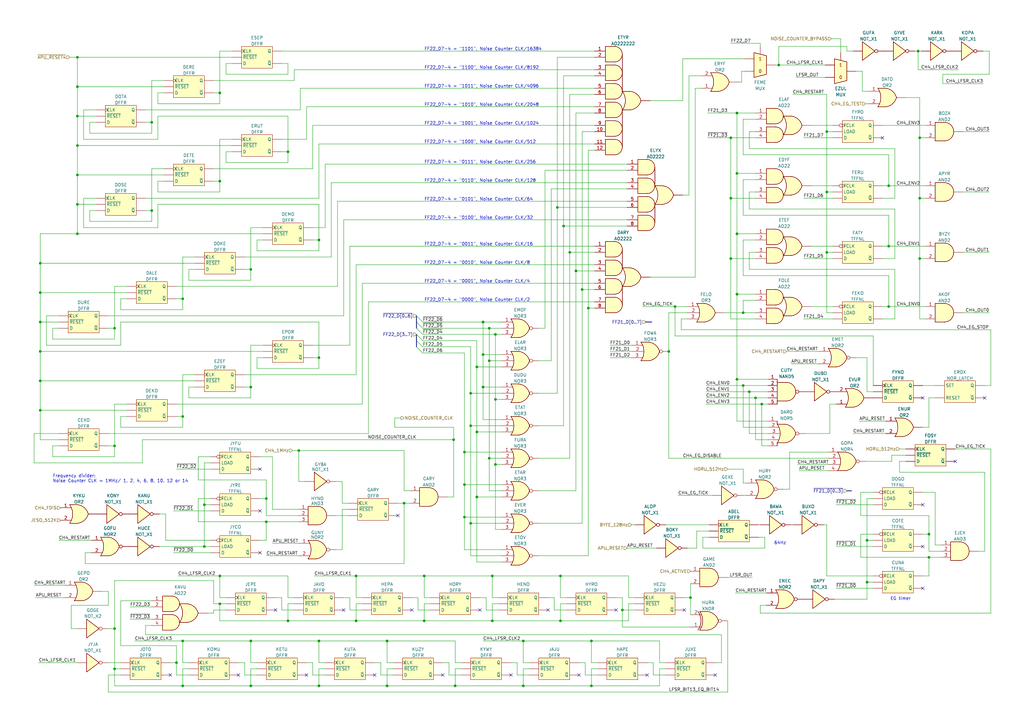
<source format=kicad_sch>
(kicad_sch (version 20250114) (generator "eeschema") (generator_version "9.0")
  (paper "A3")
  (title_block (title "DMG-CPU B") (date "2025-04-22") (rev "0.7") (company "CC-BY-SA-4.0 Régis Galland & Michael Singer -- Derived work from Furrtek") (comment 1 "https://github.com/msinger/dmg-schematics"))
  (text "FF22_D7-4 = \"0000\", Noise Counter CLK/2" (at 173.99 123.825 0) (effects (font (size 1.27 1.27)) (justify left bottom)))
  (text "FF22_D7-4 = \"1101\", Noise Counter CLK/16384" (at 173.99 20.955 0) (effects (font (size 1.27 1.27)) (justify left bottom)))
  (text "FF22_D7-4 = \"0101\", Noise Counter CLK/64" (at 173.99 82.55 0) (effects (font (size 1.27 1.27)) (justify left bottom)))
  (text "FF22_D7-4 = \"0100\", Noise Counter CLK/32" (at 173.99 90.17 0) (effects (font (size 1.27 1.27)) (justify left bottom)))
  (text "FF22_D7-4 = \"1011\", Noise Counter CLK/4096\n" (at 173.99 36.195 0) (effects (font (size 1.27 1.27)) (justify left bottom)))
  (text "FF22_D7-4 = \"1000\", Noise Counter CLK/512" (at 173.99 59.055 0) (effects (font (size 1.27 1.27)) (justify left bottom)))
  (text "FF22_D7-4 = \"0011\", Noise Counter CLK/16" (at 173.99 100.965 0) (effects (font (size 1.27 1.27)) (justify left bottom)))
  (text "FF22_D7-4 = \"0111\", Noise Counter CLK/256" (at 173.99 67.31 0) (effects (font (size 1.27 1.27)) (justify left bottom)))
  (text "64Hz\n" (at 317.5 223.52 0) (effects (font (size 1.27 1.27)) (justify left bottom)))
  (text "FF22_D7-4 = \"1010\", Noise Counter CLK/2048" (at 173.99 43.815 0) (effects (font (size 1.27 1.27)) (justify left bottom)))
  (text "FF22_D7-4 = \"0110\", Noise Counter CLK/128" (at 173.99 74.93 0) (effects (font (size 1.27 1.27)) (justify left bottom)))
  (text "FF22_D7-4 = \"1001\", Noise Counter CLK/1024" (at 173.99 51.435 0) (effects (font (size 1.27 1.27)) (justify left bottom)))
  (text "EG timer" (at 365.125 246.38 0) (effects (font (size 1.27 1.27)) (justify left bottom)))
  (text "FF22_D7-4 = \"0001\", Noise Counter CLK/4\n" (at 173.99 116.205 0) (effects (font (size 1.27 1.27)) (justify left bottom)))
  (text "FF22_D7-4 = \"0010\", Noise Counter CLK/8" (at 173.99 108.585 0) (effects (font (size 1.27 1.27)) (justify left bottom)))
  (text "FF22_D7-4 = \"1100\", Noise Counter CLK/8192" (at 173.99 28.575 0) (effects (font (size 1.27 1.27)) (justify left bottom)))
  (text "Frequency divider: \nNoise Counter CLK = 1MHz/ 1, 2, 4, 6, 8, 10, 12 or 14" (at 21.59 198.12 0) (effects (font (size 1.27 1.27)) (justify left bottom)))
  (junction (at 200.66 134.62))
  (junction (at 193.04 161.29))
  (junction (at 16.51 107.95))
  (junction (at 46.99 257.81))
  (junction (at 339.09 78.74))
  (junction (at 242.57 281.305))
  (junction (at 233.68 103.505))
  (junction (at 83.82 207.01))
  (junction (at 158.75 262.89))
  (junction (at 193.04 214.63))
  (junction (at 198.12 132.08))
  (junction (at 377.19 81.28))
  (junction (at 62.23 86.36))
  (junction (at 376.555 20.955))
  (junction (at 302.26 95.885))
  (junction (at 200.66 147.955))
  (junction (at 195.58 150.495))
  (junction (at 203.2 137.16))
  (junction (at 241.3 126.365))
  (junction (at 72.39 271.78))
  (junction (at 299.72 81.28))
  (junction (at 109.22 204.47))
  (junction (at 190.5 185.42))
  (junction (at 312.42 165.735))
  (junction (at 165.735 206.375))
  (junction (at 46.99 182.88))
  (junction (at 46.99 274.32))
  (junction (at 299.72 106.045))
  (junction (at 130.81 98.425))
  (junction (at 302.26 71.12))
  (junction (at 364.49 100.965))
  (junction (at 364.49 125.73))
  (junction (at 302.26 46.355))
  (junction (at 299.72 56.515))
  (junction (at 355.6 221.615))
  (junction (at 109.22 213.995))
  (junction (at 102.87 262.89))
  (junction (at 130.81 281.305))
  (junction (at 186.055 180.34))
  (junction (at 90.17 236.22))
  (junction (at 190.5 198.755))
  (junction (at 31.75 47.625))
  (junction (at 16.51 156.21))
  (junction (at 193.04 174.625))
  (junction (at 255.27 250.19))
  (junction (at 31.75 95.885))
  (junction (at 146.05 236.22))
  (junction (at 236.22 111.125))
  (junction (at 90.17 74.295))
  (junction (at 83.82 224.155))
  (junction (at 146.05 254.635))
  (junction (at 186.69 281.305))
  (junction (at 74.93 122.555))
  (junction (at 242.57 262.89))
  (junction (at 74.93 170.815))
  (junction (at 302.26 120.65))
  (junction (at 307.34 160.655))
  (junction (at 173.99 236.22))
  (junction (at 229.87 254.635))
  (junction (at 201.93 254.635))
  (junction (at 102.87 158.75))
  (junction (at 201.93 236.22))
  (junction (at 16.51 132.08))
  (junction (at 16.51 120.015))
  (junction (at 31.75 71.755))
  (junction (at 377.19 56.515))
  (junction (at 74.93 281.305))
  (junction (at 339.09 103.505))
  (junction (at 195.58 203.835))
  (junction (at 16.51 168.275))
  (junction (at 200.66 187.96))
  (junction (at 198.12 145.415))
  (junction (at 31.75 35.56))
  (junction (at 31.75 59.69))
  (junction (at 46.99 134.62))
  (junction (at 122.555 184.785))
  (junction (at 102.87 110.49))
  (junction (at 190.5 212.09))
  (junction (at 118.11 254.635))
  (junction (at 339.09 53.975))
  (junction (at 302.26 155.575))
  (junction (at 203.2 163.83))
  (junction (at 31.75 23.495))
  (junction (at 229.87 236.22))
  (junction (at 130.81 262.89))
  (junction (at 198.12 158.75))
  (junction (at 355.6 238.76))
  (junction (at 31.75 83.82))
  (junction (at 118.11 62.23))
  (junction (at 304.8 128.27))
  (junction (at 173.99 254.635))
  (junction (at 283.21 245.11))
  (junction (at 62.23 50.165))
  (junction (at 276.86 125.73))
  (junction (at 16.51 144.145))
  (junction (at 214.63 262.89))
  (junction (at 228.6 85.09))
  (junction (at 102.87 281.305))
  (junction (at 309.88 163.195))
  (junction (at 158.75 281.305))
  (junction (at 274.32 144.145))
  (junction (at 364.49 76.2))
  (junction (at 74.93 262.89))
  (junction (at 195.58 177.165))
  (junction (at 319.405 26.67))
  (junction (at 90.17 247.65))
  (junction (at 90.17 38.1))
  (junction (at 377.19 106.045))
  (junction (at 203.2 190.5))
  (junction (at 231.14 92.71))
  (junction (at 381 228.6))
  (junction (at 238.76 118.745))
  (junction (at 381 219.075))
  (junction (at 130.81 146.685))
  (junction (at 304.8 158.115))
  (junction (at 214.63 281.305))
  (no_connect (at 403.86 163.195))
  (no_connect (at 378.46 163.195))
  (no_connect (at 181.61 276.86))
  (no_connect (at 378.46 241.3))
  (no_connect (at 163.195 211.455))
  (no_connect (at 168.91 250.19))
  (no_connect (at 391.795 189.23))
  (no_connect (at 378.46 207.01))
  (no_connect (at 237.49 276.86))
  (no_connect (at 106.68 192.405))
  (no_connect (at 97.79 276.86))
  (no_connect (at 125.73 276.86))
  (no_connect (at 252.73 250.19))
  (no_connect (at 209.55 276.86))
  (no_connect (at 224.79 250.19))
  (no_connect (at 153.67 276.86))
  (no_connect (at 113.03 250.19))
  (no_connect (at 69.85 276.86))
  (no_connect (at 106.68 209.55))
  (no_connect (at 106.68 226.695))
  (no_connect (at 378.46 224.155))
  (no_connect (at 140.97 250.19))
  (no_connect (at 265.43 276.86))
  (no_connect (at 293.37 276.86))
  (no_connect (at 196.85 250.19))
  (no_connect (at 280.67 250.19))
  (no_connect (at 361.95 56.515))
  (bus_entry (at 170.815 142.24) (size 2.54 2.54))
  (bus_entry (at 170.815 139.7) (size 2.54 2.54))
  (bus_entry (at 170.815 129.54) (size 2.54 2.54))
  (bus_entry (at 170.815 134.62) (size 2.54 2.54))
  (bus_entry (at 170.815 132.08) (size 2.54 2.54))
  (bus_entry (at 170.815 137.16) (size 2.54 2.54))
  (wire (pts (xy 118.11 62.23) (xy 115.57 62.23)))
  (wire (pts (xy 327.025 190.5) (xy 339.725 190.5)))
  (wire (pts (xy 205.74 217.17) (xy 203.2 217.17)))
  (wire (pts (xy 31.75 59.69) (xy 31.75 71.755)))
  (wire (pts (xy 193.04 142.24) (xy 193.04 161.29)))
  (wire (pts (xy 123.19 36.195) (xy 123.19 45.085)))
  (wire (pts (xy 72.39 117.475) (xy 138.43 117.475)))
  (wire (pts (xy 304.8 88.265) (xy 364.49 88.265)))
  (bus (pts (xy 170.815 134.62) (xy 170.815 132.08)))
  (wire (pts (xy 59.69 256.54) (xy 59.69 260.35)))
  (wire (pts (xy 243.84 43.815) (xy 125.73 43.815)))
  (wire (pts (xy 190.5 225.425) (xy 205.74 225.425)))
  (wire (pts (xy 381 226.06) (xy 386.08 226.06)))
  (wire (pts (xy 130.81 132.08) (xy 130.81 146.685)))
  (wire (pts (xy 200.66 187.96) (xy 200.66 201.295)))
  (wire (pts (xy 16.51 180.34) (xy 24.13 180.34)))
  (wire (pts (xy 245.11 274.32) (xy 242.57 274.32)))
  (wire (pts (xy 100.33 153.67) (xy 146.05 153.67)))
  (wire (pts (xy 90.17 78.74) (xy 90.17 74.295)))
  (wire (pts (xy 266.7 41.275) (xy 280.035 41.275)))
  (wire (pts (xy 173.355 144.78) (xy 190.5 144.78)))
  (wire (pts (xy 16.51 156.21) (xy 16.51 168.275)))
  (wire (pts (xy 314.96 165.735) (xy 312.42 165.735)))
  (wire (pts (xy 102.87 274.32) (xy 102.87 281.305)))
  (wire (pts (xy 105.41 146.685) (xy 107.95 146.685)))
  (wire (pts (xy 304.8 128.27) (xy 304.8 123.19)))
  (wire (pts (xy 199.39 245.11) (xy 199.39 250.19)))
  (wire (pts (xy 236.22 111.125) (xy 236.22 201.295)))
  (wire (pts (xy 245.11 271.78) (xy 242.57 271.78)))
  (wire (pts (xy 323.85 185.42) (xy 323.85 200.66)))
  (wire (pts (xy 151.13 177.8) (xy 151.13 123.825)))
  (wire (pts (xy 293.37 271.78) (xy 295.91 271.78)))
  (wire (pts (xy 109.22 211.455) (xy 122.555 211.455)))
  (wire (pts (xy 90.17 38.1) (xy 87.63 38.1)))
  (wire (pts (xy 46.99 274.32) (xy 46.99 257.81)))
  (wire (pts (xy 302.26 120.65) (xy 302.26 155.575)))
  (wire (pts (xy 74.93 170.815) (xy 72.39 170.815)))
  (wire (pts (xy 83.82 207.01) (xy 86.36 207.01)))
  (wire (pts (xy 364.49 113.03) (xy 364.49 125.73)))
  (wire (pts (xy 193.04 214.63) (xy 205.74 214.63)))
  (wire (pts (xy 143.51 100.965) (xy 243.84 100.965)))
  (wire (pts (xy 36.83 86.36) (xy 39.37 86.36)))
  (wire (pts (xy 322.58 144.145) (xy 335.915 144.145)))
  (wire (pts (xy 168.91 245.11) (xy 171.45 245.11)))
  (wire (pts (xy 379.73 106.045) (xy 377.19 106.045)))
  (wire (pts (xy 90.17 42.545) (xy 90.17 38.1)))
  (wire (pts (xy 238.76 214.63) (xy 238.76 118.745)))
  (wire (pts (xy 295.91 260.35) (xy 295.91 271.78)))
  (wire (pts (xy 36.83 50.165) (xy 36.83 54.61)))
  (wire (pts (xy 90.17 20.955) (xy 95.25 20.955)))
  (wire (pts (xy 118.11 245.11) (xy 118.11 236.22)))
  (wire (pts (xy 74.93 122.555) (xy 72.39 122.555)))
  (wire (pts (xy 161.925 175.26) (xy 186.055 175.26)))
  (wire (pts (xy 323.85 200.66) (xy 321.31 200.66)))
  (wire (pts (xy 49.53 122.555) (xy 49.53 127)))
  (wire (pts (xy 198.12 132.08) (xy 198.12 145.415)))
  (wire (pts (xy 140.335 225.425) (xy 140.335 208.915)))
  (wire (pts (xy 313.69 220.345) (xy 313.69 224.79)))
  (wire (pts (xy 31.75 59.69) (xy 95.25 59.69)))
  (wire (pts (xy 186.69 274.32) (xy 186.69 281.305)))
  (wire (pts (xy 311.785 251.46) (xy 406.4 251.46)))
  (wire (pts (xy 257.81 245.11) (xy 257.81 236.22)))
  (wire (pts (xy 226.06 147.955) (xy 220.98 147.955)))
  (wire (pts (xy 205.74 227.965) (xy 193.04 227.965)))
  (wire (pts (xy 24.13 134.62) (xy 21.59 134.62)))
  (wire (pts (xy 198.12 145.415) (xy 205.74 145.415)))
  (wire (pts (xy 307.34 160.655) (xy 307.34 177.8)))
  (wire (pts (xy 46.99 274.32) (xy 46.99 281.305)))
  (wire (pts (xy 62.23 69.215) (xy 62.23 86.36)))
  (wire (pts (xy 241.3 61.595) (xy 243.84 61.595)))
  (wire (pts (xy 83.82 224.155) (xy 86.36 224.155)))
  (wire (pts (xy 381 163.195) (xy 383.54 163.195)))
  (wire (pts (xy 302.895 33.655) (xy 304.165 33.655)))
  (wire (pts (xy 128.27 93.345) (xy 133.35 93.345)))
  (wire (pts (xy 34.29 45.085) (xy 39.37 45.085)))
  (wire (pts (xy 371.475 186.69) (xy 365.76 186.69)))
  (wire (pts (xy 304.165 29.21) (xy 304.165 33.655)))
  (wire (pts (xy 314.325 248.285) (xy 311.785 248.285)))
  (wire (pts (xy 102.87 141.605) (xy 102.87 158.75)))
  (wire (pts (xy 406.4 184.15) (xy 406.4 251.46)))
  (wire (pts (xy 214.63 262.89) (xy 242.57 262.89)))
  (wire (pts (xy 64.77 83.82) (xy 130.81 83.82)))
  (wire (pts (xy 102.87 271.78) (xy 102.87 262.89)))
  (wire (pts (xy 140.97 129.54) (xy 140.97 90.17)))
  (wire (pts (xy 190.5 212.09) (xy 205.74 212.09)))
  (wire (pts (xy 344.805 15.875) (xy 340.995 15.875)))
  (wire (pts (xy 349.885 20.955) (xy 347.345 20.955)))
  (wire (pts (xy 205.74 230.505) (xy 195.58 230.505)))
  (wire (pts (xy 257.175 85.09) (xy 228.6 85.09)))
  (wire (pts (xy 173.355 142.24) (xy 193.04 142.24)))
  (wire (pts (xy 309.88 123.19) (xy 304.8 123.19)))
  (wire (pts (xy 125.73 43.815) (xy 125.73 57.15)))
  (wire (pts (xy 46.99 165.735) (xy 46.99 182.88)))
  (wire (pts (xy 34.29 57.15) (xy 64.77 57.15)))
  (wire (pts (xy 92.71 62.23) (xy 92.71 66.675)))
  (wire (pts (xy 358.14 219.075) (xy 353.06 219.075)))
  (wire (pts (xy 146.05 108.585) (xy 243.84 108.585)))
  (wire (pts (xy 87.63 251.46) (xy 85.09 251.46)))
  (wire (pts (xy 34.29 81.28) (xy 34.29 93.345)))
  (wire (pts (xy 102.87 281.305) (xy 130.81 281.305)))
  (wire (pts (xy 394.97 128.27) (xy 405.765 128.27)))
  (wire (pts (xy 243.84 51.435) (xy 128.27 51.435)))
  (wire (pts (xy 403.86 158.115) (xy 406.4 158.115)))
  (wire (pts (xy 237.49 271.78) (xy 240.03 271.78)))
  (wire (pts (xy 339.09 53.975) (xy 339.09 78.74)))
  (wire (pts (xy 302.26 46.355) (xy 309.88 46.355)))
  (wire (pts (xy 118.11 47.625) (xy 118.11 62.23)))
  (wire (pts (xy 105.41 274.32) (xy 102.87 274.32)))
  (wire (pts (xy 209.55 271.78) (xy 212.09 271.78)))
  (wire (pts (xy 77.47 274.32) (xy 74.93 274.32)))
  (wire (pts (xy 44.45 276.86) (xy 49.53 276.86)))
  (wire (pts (xy 228.6 23.495) (xy 228.6 85.09)))
  (bus (pts (xy 170.815 139.7) (xy 170.815 142.24)))
  (wire (pts (xy 44.45 248.285) (xy 29.21 248.285)))
  (wire (pts (xy 361.95 106.045) (xy 367.03 106.045)))
  (wire (pts (xy 379.73 130.81) (xy 377.19 130.81)))
  (wire (pts (xy 226.06 77.47) (xy 226.06 147.955)))
  (wire (pts (xy 161.925 171.45) (xy 161.925 175.26)))
  (wire (pts (xy 109.22 211.455) (xy 109.22 204.47)))
  (wire (pts (xy 403.86 193.675) (xy 403.86 226.06)))
  (wire (pts (xy 278.13 203.2) (xy 292.1 203.2)))
  (wire (pts (xy 109.22 196.85) (xy 81.28 196.85)))
  (wire (pts (xy 371.475 40.005) (xy 377.19 40.005)))
  (wire (pts (xy 109.22 221.615) (xy 109.22 213.995)))
  (wire (pts (xy 406.4 135.255) (xy 406.4 158.115)))
  (wire (pts (xy 142.875 206.375) (xy 140.335 206.375)))
  (wire (pts (xy 242.57 271.78) (xy 242.57 262.89)))
  (wire (pts (xy 358.14 160.655) (xy 355.6 160.655)))
  (wire (pts (xy 130.81 98.425) (xy 128.27 98.425)))
  (wire (pts (xy 173.99 245.11) (xy 173.99 236.22)))
  (wire (pts (xy 122.555 184.785) (xy 122.555 197.485)))
  (wire (pts (xy 231.14 92.71) (xy 231.14 31.115)))
  (wire (pts (xy 102.87 93.345) (xy 107.95 93.345)))
  (wire (pts (xy 281.94 128.27) (xy 274.32 128.27)))
  (wire (pts (xy 53.34 248.92) (xy 62.23 248.92)))
  (wire (pts (xy 46.99 281.305) (xy 74.93 281.305)))
  (wire (pts (xy 364.49 88.265) (xy 364.49 100.965)))
  (wire (pts (xy 105.41 102.87) (xy 130.81 102.87)))
  (wire (pts (xy 125.73 271.78) (xy 128.27 271.78)))
  (wire (pts (xy 381 219.075) (xy 381 211.455)))
  (wire (pts (xy 281.94 130.81) (xy 279.4 130.81)))
  (wire (pts (xy 173.99 254.635) (xy 201.93 254.635)))
  (wire (pts (xy 299.72 81.28) (xy 309.88 81.28)))
  (wire (pts (xy 13.97 189.865) (xy 58.42 189.865)))
  (wire (pts (xy 223.52 134.62) (xy 220.98 134.62)))
  (wire (pts (xy 13.97 177.8) (xy 13.97 189.865)))
  (wire (pts (xy 86.36 187.325) (xy 81.28 187.325)))
  (wire (pts (xy 31.75 35.56) (xy 67.31 35.56)))
  (wire (pts (xy 214.63 271.78) (xy 214.63 262.89)))
  (wire (pts (xy 102.87 93.345) (xy 102.87 110.49)))
  (wire (pts (xy 311.785 251.46) (xy 311.785 248.285)))
  (wire (pts (xy 383.54 201.93) (xy 378.46 201.93)))
  (wire (pts (xy 375.285 20.955) (xy 376.555 20.955)))
  (wire (pts (xy 283.21 239.395) (xy 283.21 245.11)))
  (wire (pts (xy 243.84 28.575) (xy 120.65 28.575)))
  (wire (pts (xy 267.97 276.86) (xy 273.05 276.86)))
  (wire (pts (xy 100.33 105.41) (xy 135.89 105.41)))
  (wire (pts (xy 109.22 213.995) (xy 122.555 213.995)))
  (wire (pts (xy 130.81 274.32) (xy 130.81 281.305)))
  (wire (pts (xy 238.76 118.745) (xy 238.76 53.975)))
  (wire (pts (xy 173.355 137.16) (xy 203.2 137.16)))
  (wire (pts (xy 118.11 26.035) (xy 115.57 26.035)))
  (wire (pts (xy 304.8 113.03) (xy 364.49 113.03)))
  (wire (pts (xy 87.63 69.215) (xy 128.27 69.215)))
  (wire (pts (xy 342.9 241.3) (xy 358.14 241.3)))
  (wire (pts (xy 173.355 139.7) (xy 195.58 139.7)))
  (wire (pts (xy 165.735 206.375) (xy 165.735 231.14)))
  (wire (pts (xy 90.17 236.22) (xy 118.11 236.22)))
  (wire (pts (xy 223.52 69.85) (xy 223.52 134.62)))
  (wire (pts (xy 186.055 203.835) (xy 186.055 180.34)))
  (wire (pts (xy 133.35 274.32) (xy 130.81 274.32)))
  (wire (pts (xy 90.17 254.635) (xy 118.11 254.635)))
  (wire (pts (xy 273.05 271.78) (xy 270.51 271.78)))
  (wire (pts (xy 347.345 20.955) (xy 347.345 19.05)))
  (wire (pts (xy 181.61 271.78) (xy 184.15 271.78)))
  (wire (pts (xy 205.74 198.755) (xy 190.5 198.755)))
  (wire (pts (xy 332.74 51.435) (xy 341.63 51.435)))
  (wire (pts (xy 297.18 128.27) (xy 304.8 128.27)))
  (wire (pts (xy 46.99 117.475) (xy 46.99 134.62)))
  (wire (pts (xy 74.93 281.305) (xy 102.87 281.305)))
  (wire (pts (xy 266.7 113.665) (xy 285.115 113.665)))
  (wire (pts (xy 280.035 80.01) (xy 282.575 80.01)))
  (wire (pts (xy 64.77 93.345) (xy 64.77 83.82)))
  (wire (pts (xy 273.05 215.265) (xy 290.83 215.265)))
  (wire (pts (xy 113.03 245.11) (xy 115.57 245.11)))
  (wire (pts (xy 257.175 92.71) (xy 231.14 92.71)))
  (wire (pts (xy 329.565 56.515) (xy 341.63 56.515)))
  (wire (pts (xy 198.12 158.75) (xy 198.12 145.415)))
  (wire (pts (xy 255.27 250.19) (xy 255.27 257.175)))
  (wire (pts (xy 193.04 161.29) (xy 193.04 174.625)))
  (wire (pts (xy 14.605 245.11) (xy 26.67 245.11)))
  (wire (pts (xy 361.95 100.965) (xy 364.49 100.965)))
  (wire (pts (xy 62.23 33.02) (xy 67.31 33.02)))
  (wire (pts (xy 257.175 224.79) (xy 269.24 224.79)))
  (wire (pts (xy 37.465 226.695) (xy 34.925 226.695)))
  (wire (pts (xy 205.74 158.75) (xy 198.12 158.75)))
  (wire (pts (xy 314.96 158.115) (xy 304.8 158.115)))
  (wire (pts (xy 77.47 163.195) (xy 102.87 163.195)))
  (wire (pts (xy 65.405 224.155) (xy 83.82 224.155)))
  (wire (pts (xy 289.56 163.195) (xy 309.88 163.195)))
  (wire (pts (xy 58.42 180.34) (xy 186.055 180.34)))
  (bus (pts (xy 170.815 132.08) (xy 170.815 129.54)))
  (wire (pts (xy 228.6 85.09) (xy 228.6 161.29)))
  (wire (pts (xy 92.71 247.65) (xy 90.17 247.65)))
  (wire (pts (xy 36.83 54.61) (xy 62.23 54.61)))
  (wire (pts (xy 378.46 158.115) (xy 383.54 158.115)))
  (wire (pts (xy 77.47 114.935) (xy 102.87 114.935)))
  (wire (pts (xy 115.57 20.955) (xy 243.84 20.955)))
  (wire (pts (xy 146.05 245.11) (xy 146.05 236.22)))
  (wire (pts (xy 260.35 245.11) (xy 257.81 245.11)))
  (wire (pts (xy 255.27 245.11) (xy 255.27 250.19)))
  (wire (pts (xy 58.42 189.865) (xy 58.42 180.34)))
  (wire (pts (xy 365.76 186.69) (xy 365.76 189.23)))
  (wire (pts (xy 74.93 175.26) (xy 74.93 170.815)))
  (wire (pts (xy 118.11 254.635) (xy 146.05 254.635)))
  (wire (pts (xy 381 211.455) (xy 353.06 211.455)))
  (wire (pts (xy 214.63 281.305) (xy 242.57 281.305)))
  (wire (pts (xy 138.43 82.55) (xy 138.43 117.475)))
  (wire (pts (xy 203.2 163.83) (xy 203.2 190.5)))
  (wire (pts (xy 171.45 245.11) (xy 171.45 250.19)))
  (wire (pts (xy 341.63 53.975) (xy 339.09 53.975)))
  (wire (pts (xy 195.58 150.495) (xy 195.58 177.165)))
  (wire (pts (xy 232.41 247.65) (xy 229.87 247.65)))
  (wire (pts (xy 190.5 185.42) (xy 205.74 185.42)))
  (wire (pts (xy 71.12 226.695) (xy 86.36 226.695)))
  (wire (pts (xy 379.73 56.515) (xy 377.19 56.515)))
  (wire (pts (xy 143.51 245.11) (xy 143.51 250.19)))
  (wire (pts (xy 233.68 187.96) (xy 233.68 103.505)))
  (wire (pts (xy 379.73 81.28) (xy 377.19 81.28)))
  (wire (pts (xy 243.84 126.365) (xy 241.3 126.365)))
  (wire (pts (xy 355.6 238.76) (xy 358.14 238.76)))
  (wire (pts (xy 330.2 177.8) (xy 340.36 177.8)))
  (wire (pts (xy 227.33 245.11) (xy 227.33 250.19)))
  (wire (pts (xy 156.21 271.78) (xy 156.21 276.86)))
  (wire (pts (xy 15.875 271.78) (xy 31.75 271.78)))
  (wire (pts (xy 307.34 103.505) (xy 307.34 110.49)))
  (wire (pts (xy 24.13 129.54) (xy 19.05 129.54)))
  (wire (pts (xy 243.84 23.495) (xy 228.6 23.495)))
  (wire (pts (xy 252.73 245.11) (xy 255.27 245.11)))
  (wire (pts (xy 381 228.6) (xy 386.08 228.6)))
  (wire (pts (xy 376.555 20.955) (xy 377.825 20.955)))
  (wire (pts (xy 31.75 95.885) (xy 16.51 95.885)))
  (wire (pts (xy 44.45 283.845) (xy 44.45 276.86)))
  (wire (pts (xy 198.12 132.08) (xy 205.74 132.08)))
  (wire (pts (xy 44.45 129.54) (xy 140.97 129.54)))
  (wire (pts (xy 52.07 170.815) (xy 49.53 170.815)))
  (wire (pts (xy 105.41 271.78) (xy 102.87 271.78)))
  (wire (pts (xy 173.99 247.65) (xy 173.99 254.635)))
  (wire (pts (xy 298.45 254.635) (xy 298.45 283.845)))
  (wire (pts (xy 201.93 236.22) (xy 229.87 236.22)))
  (wire (pts (xy 353.695 37.465) (xy 356.235 37.465)))
  (wire (pts (xy 140.97 90.17) (xy 257.175 90.17)))
  (wire (pts (xy 130.81 151.13) (xy 130.81 146.685)))
  (wire (pts (xy 383.54 223.52) (xy 386.08 223.52)))
  (wire (pts (xy 49.53 170.815) (xy 49.53 175.26)))
  (wire (pts (xy 44.45 257.81) (xy 46.99 257.81)))
  (wire (pts (xy 231.14 92.71) (xy 231.14 174.625)))
  (wire (pts (xy 299.72 56.515) (xy 309.88 56.515)))
  (wire (pts (xy 339.09 103.505) (xy 339.09 128.27)))
  (wire (pts (xy 49.53 264.795) (xy 72.39 264.795)))
  (wire (pts (xy 285.115 113.665) (xy 285.115 36.195)))
  (wire (pts (xy 72.39 264.795) (xy 72.39 271.78)))
  (wire (pts (xy 161.29 271.78) (xy 158.75 271.78)))
  (wire (pts (xy 339.725 185.42) (xy 323.85 185.42)))
  (wire (pts (xy 250.19 144.145) (xy 259.08 144.145)))
  (wire (pts (xy 289.56 160.655) (xy 307.34 160.655)))
  (wire (pts (xy 290.195 46.355) (xy 302.26 46.355)))
  (wire (pts (xy 49.53 127) (xy 74.93 127)))
  (wire (pts (xy 111.76 222.885) (xy 122.555 222.885)))
  (wire (pts (xy 301.625 243.205) (xy 314.325 243.205)))
  (wire (pts (xy 28.575 23.495) (xy 31.75 23.495)))
  (wire (pts (xy 312.42 182.88) (xy 314.96 182.88)))
  (wire (pts (xy 267.97 271.78) (xy 267.97 276.86)))
  (wire (pts (xy 74.93 274.32) (xy 74.93 281.305)))
  (wire (pts (xy 341.63 78.74) (xy 339.09 78.74)))
  (wire (pts (xy 90.17 74.295) (xy 87.63 74.295)))
  (wire (pts (xy 243.84 36.195) (xy 123.19 36.195)))
  (wire (pts (xy 240.03 276.86) (xy 245.11 276.86)))
  (wire (pts (xy 280.035 24.13) (xy 305.435 24.13)))
  (wire (pts (xy 290.83 217.805) (xy 285.75 217.805)))
  (wire (pts (xy 276.86 137.795) (xy 358.14 137.795)))
  (wire (pts (xy 31.75 95.885) (xy 107.95 95.885)))
  (wire (pts (xy 90.17 245.11) (xy 90.17 236.22)))
  (wire (pts (xy 381 163.195) (xy 381 175.26)))
  (wire (pts (xy 120.65 247.65) (xy 118.11 247.65)))
  (wire (pts (xy 257.175 67.31) (xy 133.35 67.31)))
  (wire (pts (xy 65.405 210.82) (xy 67.945 210.82)))
  (wire (pts (xy 176.53 245.11) (xy 173.99 245.11)))
  (wire (pts (xy 16.51 132.08) (xy 16.51 144.145)))
  (wire (pts (xy 21.59 139.065) (xy 46.99 139.065)))
  (wire (pts (xy 24.13 182.88) (xy 21.59 182.88)))
  (wire (pts (xy 128.27 276.86) (xy 133.35 276.86)))
  (wire (pts (xy 80.01 110.49) (xy 77.47 110.49)))
  (wire (pts (xy 39.37 50.165) (xy 36.83 50.165)))
  (wire (pts (xy 16.51 107.95) (xy 80.01 107.95)))
  (wire (pts (xy 299.72 130.81) (xy 309.88 130.81)))
  (wire (pts (xy 302.26 172.72) (xy 314.96 172.72)))
  (wire (pts (xy 302.26 155.575) (xy 302.26 172.72)))
  (wire (pts (xy 29.21 248.285) (xy 29.21 257.81)))
  (wire (pts (xy 31.75 23.495) (xy 95.25 23.495)))
  (wire (pts (xy 190.5 198.755) (xy 190.5 185.42)))
  (wire (pts (xy 122.555 184.785) (xy 165.735 184.785)))
  (wire (pts (xy 231.14 31.115) (xy 243.84 31.115)))
  (wire (pts (xy 314.96 163.195) (xy 309.88 163.195)))
  (wire (pts (xy 339.09 215.265) (xy 339.09 236.22)))
  (wire (pts (xy 59.69 260.35) (xy 295.91 260.35)))
  (wire (pts (xy 302.26 95.885) (xy 302.26 120.65)))
  (wire (pts (xy 383.54 201.93) (xy 383.54 223.52)))
  (wire (pts (xy 304.8 203.2) (xy 306.07 203.2)))
  (wire (pts (xy 69.85 271.78) (xy 72.39 271.78)))
  (wire (pts (xy 81.28 213.995) (xy 109.22 213.995)))
  (wire (pts (xy 16.51 168.275) (xy 16.51 180.34)))
  (wire (pts (xy 242.57 274.32) (xy 242.57 281.305)))
  (wire (pts (xy 62.23 86.36) (xy 59.69 86.36)))
  (wire (pts (xy 176.53 247.65) (xy 173.99 247.65)))
  (wire (pts (xy 200.66 134.62) (xy 205.74 134.62)))
  (wire (pts (xy 21.59 182.88) (xy 21.59 187.325)))
  (wire (pts (xy 302.26 46.355) (xy 302.26 71.12)))
  (wire (pts (xy 381 236.22) (xy 381 228.6)))
  (wire (pts (xy 308.61 236.855) (xy 298.45 236.855)))
  (wire (pts (xy 146.05 254.635) (xy 173.99 254.635)))
  (wire (pts (xy 339.09 78.74) (xy 339.09 103.505)))
  (wire (pts (xy 364.49 76.2) (xy 379.73 76.2)))
  (wire (pts (xy 325.12 215.265) (xy 324.485 215.265)))
  (wire (pts (xy 377.19 56.515) (xy 377.19 81.28)))
  (wire (pts (xy 156.21 276.86) (xy 161.29 276.86)))
  (wire (pts (xy 241.3 126.365) (xy 241.3 227.965)))
  (wire (pts (xy 270.51 274.32) (xy 270.51 281.305)))
  (wire (pts (xy 86.36 189.865) (xy 83.82 189.865)))
  (wire (pts (xy 92.71 26.035) (xy 92.71 30.48)))
  (wire (pts (xy 282.575 31.115) (xy 287.655 31.115)))
  (wire (pts (xy 233.68 103.505) (xy 243.84 103.505)))
  (wire (pts (xy 100.33 271.78) (xy 100.33 276.86)))
  (wire (pts (xy 307.34 53.975) (xy 307.34 60.96)))
  (wire (pts (xy 128.27 271.78) (xy 128.27 276.86)))
  (wire (pts (xy 90.17 57.15) (xy 95.25 57.15)))
  (wire (pts (xy 243.84 38.735) (xy 233.68 38.735)))
  (wire (pts (xy 190.5 225.425) (xy 190.5 212.09)))
  (wire (pts (xy 55.245 262.89) (xy 74.93 262.89)))
  (wire (pts (xy 16.51 168.275) (xy 52.07 168.275)))
  (wire (pts (xy 193.04 174.625) (xy 193.04 214.63)))
  (wire (pts (xy 186.69 271.78) (xy 186.69 262.89)))
  (wire (pts (xy 200.66 187.96) (xy 205.74 187.96)))
  (wire (pts (xy 367.03 60.96) (xy 367.03 81.28)))
  (wire (pts (xy 364.49 63.5) (xy 364.49 76.2)))
  (wire (pts (xy 74.93 271.78) (xy 74.93 262.89)))
  (wire (pts (xy 307.34 177.8) (xy 314.96 177.8)))
  (wire (pts (xy 352.425 172.72) (xy 363.22 172.72)))
  (wire (pts (xy 41.91 242.57) (xy 44.45 242.57)))
  (wire (pts (xy 304.165 29.21) (xy 305.435 29.21)))
  (wire (pts (xy 203.2 137.16) (xy 203.2 163.83)))
  (wire (pts (xy 71.12 209.55) (xy 86.36 209.55)))
  (wire (pts (xy 304.8 158.115) (xy 304.8 175.26)))
  (wire (pts (xy 224.79 245.11) (xy 227.33 245.11)))
  (wire (pts (xy 53.34 254) (xy 62.23 254)))
  (wire (pts (xy 358.14 137.795) (xy 358.14 158.115)))
  (wire (pts (xy 349.885 177.8) (xy 363.22 177.8)))
  (wire (pts (xy 77.47 158.75) (xy 80.01 158.75)))
  (wire (pts (xy 165.735 184.785) (xy 165.735 201.295)))
  (wire (pts (xy 309.88 180.34) (xy 314.96 180.34)))
  (wire (pts (xy 341.63 103.505) (xy 339.09 103.505)))
  (wire (pts (xy 72.39 276.86) (xy 77.47 276.86)))
  (wire (pts (xy 376.555 20.955) (xy 376.555 28.575)))
  (wire (pts (xy 142.875 211.455) (xy 137.795 211.455)))
  (wire (pts (xy 257.81 247.65) (xy 257.81 254.635)))
  (wire (pts (xy 200.66 147.955) (xy 205.74 147.955)))
  (wire (pts (xy 148.59 245.11) (xy 146.05 245.11)))
  (wire (pts (xy 309.88 78.74) (xy 307.34 78.74)))
  (wire (pts (xy 165.735 201.295) (xy 168.275 201.295)))
  (wire (pts (xy 16.51 120.015) (xy 16.51 132.08)))
  (wire (pts (xy 257.175 69.85) (xy 223.52 69.85)))
  (wire (pts (xy 381 226.06) (xy 381 219.075)))
  (wire (pts (xy 342.9 224.155) (xy 358.14 224.155)))
  (wire (pts (xy 243.84 111.125) (xy 236.22 111.125)))
  (wire (pts (xy 265.43 271.78) (xy 267.97 271.78)))
  (wire (pts (xy 92.71 30.48) (xy 118.11 30.48)))
  (wire (pts (xy 302.26 120.65) (xy 309.88 120.65)))
  (wire (pts (xy 304.8 73.66) (xy 304.8 88.265)))
  (wire (pts (xy 135.89 74.93) (xy 257.175 74.93)))
  (wire (pts (xy 72.39 271.78) (xy 72.39 276.86)))
  (wire (pts (xy 34.925 226.695) (xy 34.925 231.14)))
  (wire (pts (xy 302.26 95.885) (xy 309.88 95.885)))
  (wire (pts (xy 146.05 153.67) (xy 146.05 108.585)))
  (wire (pts (xy 361.95 125.73) (xy 364.49 125.73)))
  (wire (pts (xy 236.22 111.125) (xy 236.22 46.355)))
  (wire (pts (xy 220.98 174.625) (xy 231.14 174.625)))
  (wire (pts (xy 309.88 98.425) (xy 304.8 98.425)))
  (wire (pts (xy 158.75 262.89) (xy 186.69 262.89)))
  (wire (pts (xy 74.93 105.41) (xy 74.93 122.555)))
  (wire (pts (xy 195.58 203.835) (xy 195.58 230.505)))
  (wire (pts (xy 204.47 245.11) (xy 201.93 245.11)))
  (wire (pts (xy 19.05 129.54) (xy 19.05 141.605)))
  (wire (pts (xy 203.2 217.17) (xy 203.2 190.5)))
  (wire (pts (xy 229.87 236.22) (xy 257.81 236.22)))
  (wire (pts (xy 130.81 59.055) (xy 130.81 81.28)))
  (wire (pts (xy 259.08 215.265) (xy 260.35 215.265)))
  (wire (pts (xy 341.63 128.27) (xy 339.09 128.27)))
  (wire (pts (xy 200.66 134.62) (xy 200.66 147.955)))
  (wire (pts (xy 255.27 257.175) (xy 283.21 257.175)))
  (wire (pts (xy 401.32 226.06) (xy 403.86 226.06)))
  (wire (pts (xy 87.63 247.65) (xy 87.63 238.125)))
  (wire (pts (xy 195.58 139.7) (xy 195.58 150.495)))
  (wire (pts (xy 337.82 215.265) (xy 339.09 215.265)))
  (wire (pts (xy 377.19 106.045) (xy 377.19 130.81)))
  (wire (pts (xy 83.82 189.865) (xy 83.82 207.01)))
  (wire (pts (xy 64.77 42.545) (xy 90.17 42.545)))
  (wire (pts (xy 355.6 146.685) (xy 351.155 146.685)))
  (wire (pts (xy 329.565 106.045) (xy 341.63 106.045)))
  (wire (pts (xy 64.77 74.295) (xy 67.31 74.295)))
  (wire (pts (xy 34.29 93.345) (xy 64.77 93.345)))
  (wire (pts (xy 228.6 161.29) (xy 220.98 161.29)))
  (wire (pts (xy 186.055 175.26) (xy 186.055 180.34)))
  (wire (pts (xy 173.355 132.08) (xy 198.12 132.08)))
  (wire (pts (xy 128.905 236.22) (xy 146.05 236.22)))
  (wire (pts (xy 64.77 74.295) (xy 64.77 78.74)))
  (wire (pts (xy 90.17 247.65) (xy 90.17 254.635)))
  (wire (pts (xy 304.8 98.425) (xy 304.8 113.03)))
  (wire (pts (xy 92.71 250.19) (xy 87.63 250.19)))
  (wire (pts (xy 109.22 227.965) (xy 122.555 227.965)))
  (wire (pts (xy 77.47 271.78) (xy 74.93 271.78)))
  (wire (pts (xy 183.515 203.835) (xy 186.055 203.835)))
  (wire (pts (xy 130.81 271.78) (xy 130.81 262.89)))
  (wire (pts (xy 118.11 30.48) (xy 118.11 26.035)))
  (wire (pts (xy 329.565 130.81) (xy 341.63 130.81)))
  (wire (pts (xy 238.76 53.975) (xy 243.84 53.975)))
  (wire (pts (xy 100.33 276.86) (xy 105.41 276.86)))
  (wire (pts (xy 280.035 41.275) (xy 280.035 24.13)))
  (wire (pts (xy 46.99 165.735) (xy 52.07 165.735)))
  (wire (pts (xy 394.97 53.975) (xy 405.765 53.975)))
  (wire (pts (xy 281.94 125.73) (xy 276.86 125.73)))
  (wire (pts (xy 200.66 201.295) (xy 205.74 201.295)))
  (wire (pts (xy 339.09 236.22) (xy 358.14 236.22)))
  (wire (pts (xy 120.65 245.11) (xy 118.11 245.11)))
  (wire (pts (xy 274.32 128.27) (xy 274.32 144.145)))
  (wire (pts (xy 299.72 106.045) (xy 299.72 130.81)))
  (wire (pts (xy 31.75 23.495) (xy 31.75 35.56)))
  (wire (pts (xy 196.85 245.11) (xy 199.39 245.11)))
  (wire (pts (xy 378.46 219.075) (xy 381 219.075)))
  (wire (pts (xy 16.51 144.145) (xy 107.95 144.145)))
  (wire (pts (xy 205.74 163.83) (xy 203.2 163.83)))
  (wire (pts (xy 90.17 247.65) (xy 87.63 247.65)))
  (wire (pts (xy 158.75 274.32) (xy 158.75 281.305)))
  (wire (pts (xy 220.98 187.96) (xy 233.68 187.96)))
  (wire (pts (xy 274.32 144.145) (xy 274.32 187.96)))
  (wire (pts (xy 158.75 281.305) (xy 186.69 281.305)))
  (wire (pts (xy 72.39 192.405) (xy 86.36 192.405)))
  (wire (pts (xy 115.57 57.15) (xy 125.73 57.15)))
  (wire (pts (xy 106.68 221.615) (xy 109.22 221.615)))
  (wire (pts (xy 299.72 56.515) (xy 299.72 81.28)))
  (wire (pts (xy 62.23 50.165) (xy 59.69 50.165)))
  (wire (pts (xy 74.93 153.67) (xy 74.93 170.815)))
  (wire (pts (xy 64.77 38.1) (xy 67.31 38.1)))
  (wire (pts (xy 298.45 283.845) (xy 44.45 283.845)))
  (wire (pts (xy 263.525 125.73) (xy 276.86 125.73)))
  (wire (pts (xy 405.765 20.955) (xy 405.765 30.48)))
  (wire (pts (xy 354.965 42.545) (xy 356.235 42.545)))
  (wire (pts (xy 205.74 172.085) (xy 198.12 172.085)))
  (wire (pts (xy 59.69 45.085) (xy 123.19 45.085)))
  (wire (pts (xy 220.98 214.63) (xy 238.76 214.63)))
  (wire (pts (xy 46.99 187.325) (xy 46.99 182.88)))
  (wire (pts (xy 13.97 177.8) (xy 24.13 177.8)))
  (wire (pts (xy 280.67 245.11) (xy 283.21 245.11)))
  (bus (pts (xy 264.795 132.08) (xy 267.335 132.08)))
  (wire (pts (xy 309.88 53.975) (xy 307.34 53.975)))
  (wire (pts (xy 203.2 190.5) (xy 205.74 190.5)))
  (wire (pts (xy 189.23 274.32) (xy 186.69 274.32)))
  (wire (pts (xy 289.56 165.735) (xy 312.42 165.735)))
  (wire (pts (xy 242.57 281.305) (xy 270.51 281.305)))
  (wire (pts (xy 49.53 141.605) (xy 49.53 132.08)))
  (wire (pts (xy 354.965 189.23) (xy 365.76 189.23)))
  (wire (pts (xy 282.575 80.01) (xy 282.575 31.115)))
  (wire (pts (xy 74.93 262.89) (xy 102.87 262.89)))
  (wire (pts (xy 238.76 118.745) (xy 243.84 118.745)))
  (wire (pts (xy 73.025 236.22) (xy 90.17 236.22)))
  (wire (pts (xy 44.45 271.78) (xy 49.53 271.78)))
  (wire (pts (xy 257.175 77.47) (xy 226.06 77.47)))
  (wire (pts (xy 229.87 245.11) (xy 229.87 236.22)))
  (wire (pts (xy 283.21 245.11) (xy 283.21 252.095)))
  (wire (pts (xy 171.45 250.19) (xy 176.53 250.19)))
  (wire (pts (xy 274.32 187.96) (xy 339.725 187.96)))
  (wire (pts (xy 46.99 117.475) (xy 52.07 117.475)))
  (wire (pts (xy 200.66 147.955) (xy 200.66 187.96)))
  (wire (pts (xy 344.805 21.59) (xy 344.805 15.875)))
  (wire (pts (xy 342.9 207.01) (xy 358.14 207.01)))
  (wire (pts (xy 67.945 221.615) (xy 86.36 221.615)))
  (wire (pts (xy 309.88 48.895) (xy 304.8 48.895)))
  (wire (pts (xy 229.87 247.65) (xy 229.87 254.635)))
  (wire (pts (xy 311.785 19.05) (xy 311.785 17.78)))
  (wire (pts (xy 198.12 262.89) (xy 214.63 262.89)))
  (wire (pts (xy 361.95 130.81) (xy 367.03 130.81)))
  (wire (pts (xy 72.39 165.735) (xy 148.59 165.735)))
  (wire (pts (xy 31.75 71.755) (xy 67.31 71.755)))
  (wire (pts (xy 135.89 105.41) (xy 135.89 74.93)))
  (wire (pts (xy 313.69 224.79) (xy 288.29 224.79)))
  (wire (pts (xy 105.41 151.13) (xy 130.81 151.13)))
  (wire (pts (xy 120.015 184.785) (xy 122.555 184.785)))
  (wire (pts (xy 311.15 220.345) (xy 313.69 220.345)))
  (wire (pts (xy 355.6 245.745) (xy 355.6 238.76)))
  (wire (pts (xy 97.79 271.78) (xy 100.33 271.78)))
  (wire (pts (xy 62.23 33.02) (xy 62.23 50.165)))
  (wire (pts (xy 236.22 46.355) (xy 243.84 46.355)))
  (wire (pts (xy 44.45 177.8) (xy 151.13 177.8)))
  (wire (pts (xy 130.81 281.305) (xy 158.75 281.305)))
  (wire (pts (xy 49.53 246.38) (xy 62.23 246.38)))
  (wire (pts (xy 195.58 177.165) (xy 195.58 203.835)))
  (wire (pts (xy 106.68 204.47) (xy 109.22 204.47)))
  (wire (pts (xy 148.59 247.65) (xy 146.05 247.65)))
  (wire (pts (xy 146.05 247.65) (xy 146.05 254.635)))
  (wire (pts (xy 318.135 26.67) (xy 319.405 26.67)))
  (wire (pts (xy 16.51 95.885) (xy 16.51 107.95)))
  (wire (pts (xy 205.74 161.29) (xy 193.04 161.29)))
  (wire (pts (xy 21.59 187.325) (xy 46.99 187.325)))
  (wire (pts (xy 31.75 35.56) (xy 31.75 47.625)))
  (wire (pts (xy 364.49 125.73) (xy 379.73 125.73)))
  (wire (pts (xy 118.11 66.675) (xy 118.11 62.23)))
  (wire (pts (xy 49.53 175.26) (xy 74.93 175.26)))
  (wire (pts (xy 31.75 59.69) (xy 31.75 47.625)))
  (wire (pts (xy 195.58 203.835) (xy 205.74 203.835)))
  (wire (pts (xy 186.69 281.305) (xy 214.63 281.305)))
  (wire (pts (xy 242.57 262.89) (xy 270.51 262.89)))
  (wire (pts (xy 386.715 30.48) (xy 386.715 34.29)))
  (wire (pts (xy 312.42 165.735) (xy 312.42 182.88)))
  (bus (pts (xy 347.345 201.295) (xy 349.25 201.295)))
  (wire (pts (xy 120.65 33.02) (xy 87.63 33.02)))
  (wire (pts (xy 319.405 26.67) (xy 319.405 19.05)))
  (wire (pts (xy 403.225 20.955) (xy 405.765 20.955)))
  (wire (pts (xy 81.28 187.325) (xy 81.28 196.85)))
  (wire (pts (xy 62.23 90.805) (xy 62.23 86.36)))
  (wire (pts (xy 62.23 54.61) (xy 62.23 50.165)))
  (wire (pts (xy 289.56 158.115) (xy 304.8 158.115)))
  (wire (pts (xy 285.115 36.195) (xy 287.655 36.195)))
  (wire (pts (xy 111.76 187.325) (xy 106.68 187.325)))
  (wire (pts (xy 250.19 146.685) (xy 259.08 146.685)))
  (wire (pts (xy 201.93 245.11) (xy 201.93 236.22)))
  (wire (pts (xy 358.14 204.47) (xy 355.6 204.47)))
  (wire (pts (xy 37.465 221.615) (xy 24.13 221.615)))
  (wire (pts (xy 353.06 201.93) (xy 353.06 211.455)))
  (wire (pts (xy 368.935 189.23) (xy 368.935 193.675)))
  (wire (pts (xy 34.29 45.085) (xy 34.29 57.15)))
  (wire (pts (xy 340.36 165.735) (xy 340.36 177.8)))
  (wire (pts (xy 140.97 245.11) (xy 143.51 245.11)))
  (wire (pts (xy 46.99 134.62) (xy 44.45 134.62)))
  (wire (pts (xy 36.83 90.805) (xy 62.23 90.805)))
  (wire (pts (xy 115.57 245.11) (xy 115.57 250.19)))
  (wire (pts (xy 46.99 139.065) (xy 46.99 134.62)))
  (wire (pts (xy 193.04 174.625) (xy 205.74 174.625)))
  (wire (pts (xy 304.8 175.26) (xy 314.96 175.26)))
  (wire (pts (xy 299.72 81.28) (xy 299.72 106.045)))
  (wire (pts (xy 353.06 219.075) (xy 353.06 228.6)))
  (wire (pts (xy 255.27 250.19) (xy 260.35 250.19)))
  (wire (pts (xy 212.09 271.78) (xy 212.09 276.86)))
  (wire (pts (xy 64.77 57.15) (xy 64.77 47.625)))
  (wire (pts (xy 377.19 81.28) (xy 377.19 106.045)))
  (wire (pts (xy 201.93 247.65) (xy 201.93 254.635)))
  (wire (pts (xy 102.87 141.605) (xy 107.95 141.605)))
  (wire (pts (xy 118.11 247.65) (xy 118.11 254.635)))
  (wire (pts (xy 125.095 197.485) (xy 122.555 197.485)))
  (wire (pts (xy 133.35 67.31) (xy 133.35 93.345)))
  (wire (pts (xy 143.51 141.605) (xy 143.51 100.965)))
  (wire (pts (xy 332.74 100.965) (xy 341.63 100.965)))
  (wire (pts (xy 342.265 245.745) (xy 355.6 245.745)))
  (wire (pts (xy 74.93 105.41) (xy 80.01 105.41)))
  (wire (pts (xy 306.07 198.12) (xy 304.8 198.12)))
  (wire (pts (xy 376.555 28.575) (xy 393.065 28.575)))
  (wire (pts (xy 90.17 57.15) (xy 90.17 74.295)))
  (wire (pts (xy 83.82 207.01) (xy 83.82 224.155)))
  (wire (pts (xy 214.63 274.32) (xy 214.63 281.305)))
  (wire (pts (xy 232.41 245.11) (xy 229.87 245.11)))
  (wire (pts (xy 77.47 110.49) (xy 77.47 114.935)))
  (wire (pts (xy 309.88 73.66) (xy 304.8 73.66)))
  (wire (pts (xy 285.75 217.805) (xy 285.75 224.79)))
  (wire (pts (xy 353.695 29.21) (xy 353.695 37.465)))
  (wire (pts (xy 324.485 149.225) (xy 335.915 149.225)))
  (wire (pts (xy 161.29 274.32) (xy 158.75 274.32)))
  (wire (pts (xy 329.565 81.28) (xy 341.63 81.28)))
  (wire (pts (xy 288.29 224.79) (xy 288.29 220.345)))
  (wire (pts (xy 386.715 34.29) (xy 403.225 34.29)))
  (bus (pts (xy 170.815 137.16) (xy 170.815 139.7)))
  (wire (pts (xy 92.71 26.035) (xy 95.25 26.035)))
  (wire (pts (xy 195.58 177.165) (xy 205.74 177.165)))
  (wire (pts (xy 367.03 110.49) (xy 367.03 130.81)))
  (wire (pts (xy 257.175 82.55) (xy 138.43 82.55)))
  (wire (pts (xy 327.66 193.04) (xy 339.725 193.04)))
  (wire (pts (xy 243.84 116.205) (xy 148.59 116.205)))
  (wire (pts (xy 49.53 246.38) (xy 49.53 264.795)))
  (wire (pts (xy 87.63 250.19) (xy 87.63 251.46)))
  (wire (pts (xy 203.2 137.16) (xy 205.74 137.16)))
  (wire (pts (xy 250.19 141.605) (xy 259.08 141.605)))
  (wire (pts (xy 77.47 158.75) (xy 77.47 163.195)))
  (wire (pts (xy 285.75 224.79) (xy 281.94 224.79)))
  (wire (pts (xy 199.39 250.19) (xy 204.47 250.19)))
  (wire (pts (xy 90.17 20.955) (xy 90.17 38.1)))
  (wire (pts (xy 240.03 271.78) (xy 240.03 276.86)))
  (wire (pts (xy 140.335 206.375) (xy 140.335 197.485)))
  (wire (pts (xy 163.195 206.375) (xy 165.735 206.375)))
  (wire (pts (xy 260.35 247.65) (xy 257.81 247.65)))
  (wire (pts (xy 184.15 271.78) (xy 184.15 276.86)))
  (wire (pts (xy 339.09 53.975) (xy 339.09 38.735)))
  (wire (pts (xy 195.58 150.495) (xy 205.74 150.495)))
  (wire (pts (xy 353.06 228.6) (xy 381 228.6)))
  (wire (pts (xy 299.72 17.78) (xy 311.785 17.78)))
  (wire (pts (xy 102.87 114.935) (xy 102.87 110.49)))
  (wire (pts (xy 279.4 130.81) (xy 279.4 135.255)))
  (wire (pts (xy 367.03 85.725) (xy 367.03 106.045)))
  (wire (pts (xy 361.95 81.28) (xy 367.03 81.28)))
  (wire (pts (xy 81.28 204.47) (xy 81.28 213.995)))
  (wire (pts (xy 62.23 256.54) (xy 59.69 256.54)))
  (wire (pts (xy 13.97 240.03) (xy 26.67 240.03)))
  (wire (pts (xy 102.87 262.89) (xy 130.81 262.89)))
  (wire (pts (xy 307.34 85.725) (xy 367.03 85.725)))
  (wire (pts (xy 273.05 274.32) (xy 270.51 274.32)))
  (wire (pts (xy 16.51 156.21) (xy 80.01 156.21)))
  (wire (pts (xy 288.29 220.345) (xy 290.83 220.345)))
  (wire (pts (xy 276.86 125.73) (xy 276.86 137.795)))
  (wire (pts (xy 64.77 47.625) (xy 118.11 47.625)))
  (wire (pts (xy 67.945 210.82) (xy 67.945 221.615)))
  (wire (pts (xy 105.41 146.685) (xy 105.41 151.13)))
  (wire (pts (xy 87.63 238.125) (xy 46.99 238.125)))
  (wire (pts (xy 358.14 201.93) (xy 353.06 201.93)))
  (wire (pts (xy 299.72 106.045) (xy 309.88 106.045)))
  (wire (pts (xy 140.335 208.915) (xy 142.875 208.915)))
  (wire (pts (xy 368.935 184.15) (xy 371.475 184.15)))
  (wire (pts (xy 368.935 189.23) (xy 371.475 189.23)))
  (wire (pts (xy 394.97 103.505) (xy 405.765 103.505)))
  (wire (pts (xy 368.935 193.675) (xy 403.86 193.675)))
  (wire (pts (xy 31.75 47.625) (xy 39.37 47.625)))
  (wire (pts (xy 31.75 83.82) (xy 39.37 83.82)))
  (wire (pts (xy 279.4 135.255) (xy 406.4 135.255)))
  (wire (pts (xy 102.87 158.75) (xy 100.33 158.75)))
  (wire (pts (xy 44.45 242.57) (xy 44.45 248.285)))
  (wire (pts (xy 314.96 160.655) (xy 307.34 160.655)))
  (wire (pts (xy 394.97 78.74) (xy 405.765 78.74)))
  (wire (pts (xy 220.98 227.965) (xy 241.3 227.965)))
  (wire (pts (xy 140.335 197.485) (xy 137.795 197.485)))
  (wire (pts (xy 128.27 141.605) (xy 143.51 141.605)))
  (wire (pts (xy 92.71 66.675) (xy 118.11 66.675)))
  (wire (pts (xy 59.69 81.28) (xy 130.81 81.28)))
  (wire (pts (xy 355.6 221.615) (xy 355.6 238.76)))
  (wire (pts (xy 165.735 206.375) (xy 168.275 206.375)))
  (wire (pts (xy 158.75 271.78) (xy 158.75 262.89)))
  (wire (pts (xy 233.68 38.735) (xy 233.68 103.505)))
  (wire (pts (xy 52.07 122.555) (xy 49.53 122.555)))
  (wire (pts (xy 304.8 63.5) (xy 364.49 63.5)))
  (wire (pts (xy 378.46 236.22) (xy 381 236.22)))
  (wire (pts (xy 193.04 227.965) (xy 193.04 214.63)))
  (wire (pts (xy 16.51 144.145) (xy 16.51 156.21)))
  (wire (pts (xy 130.81 102.87) (xy 130.81 98.425)))
  (wire (pts (xy 229.87 254.635) (xy 257.81 254.635)))
  (wire (pts (xy 361.95 51.435) (xy 379.73 51.435)))
  (wire (pts (xy 105.41 98.425) (xy 105.41 102.87)))
  (wire (pts (xy 146.05 236.22) (xy 173.99 236.22)))
  (wire (pts (xy 173.355 134.62) (xy 200.66 134.62)))
  (wire (pts (xy 355.6 160.655) (xy 355.6 146.685)))
  (wire (pts (xy 270.51 271.78) (xy 270.51 262.89)))
  (wire (pts (xy 319.405 26.67) (xy 338.455 26.67)))
  (wire (pts (xy 111.76 208.915) (xy 111.76 187.325)))
  (wire (pts (xy 227.33 250.19) (xy 232.41 250.19)))
  (wire (pts (xy 122.555 208.915) (xy 111.76 208.915)))
  (wire (pts (xy 309.88 163.195) (xy 309.88 180.34)))
  (wire (pts (xy 109.22 204.47) (xy 109.22 196.85)))
  (wire (pts (xy 378.46 175.26) (xy 381 175.26)))
  (wire (pts (xy 49.53 132.08) (xy 130.81 132.08)))
  (wire (pts (xy 161.925 171.45) (xy 164.465 171.45)))
  (wire (pts (xy 342.9 165.735) (xy 340.36 165.735)))
  (wire (pts (xy 49.53 274.32) (xy 46.99 274.32)))
  (wire (pts (xy 391.795 184.15) (xy 406.4 184.15)))
  (wire (pts (xy 36.83 86.36) (xy 36.83 90.805)))
  (wire (pts (xy 143.51 250.19) (xy 148.59 250.19)))
  (wire (pts (xy 46.99 182.88) (xy 44.45 182.88)))
  (wire (pts (xy 34.29 81.28) (xy 39.37 81.28)))
  (wire (pts (xy 16.51 107.95) (xy 16.51 120.015)))
  (wire (pts (xy 364.49 100.965) (xy 379.73 100.965)))
  (wire (pts (xy 130.81 83.82) (xy 130.81 98.425)))
  (wire (pts (xy 309.88 103.505) (xy 307.34 103.505)))
  (wire (pts (xy 74.93 127) (xy 74.93 122.555)))
  (wire (pts (xy 148.59 116.205) (xy 148.59 165.735)))
  (wire (pts (xy 198.12 172.085) (xy 198.12 158.75)))
  (wire (pts (xy 86.36 204.47) (xy 81.28 204.47)))
  (wire (pts (xy 311.785 215.265) (xy 311.15 215.265)))
  (wire (pts (xy 241.3 126.365) (xy 241.3 61.595)))
  (wire (pts (xy 34.925 231.14) (xy 165.735 231.14)))
  (wire (pts (xy 19.05 141.605) (xy 49.53 141.605)))
  (wire (pts (xy 332.74 125.73) (xy 341.63 125.73)))
  (wire (pts (xy 95.25 62.23) (xy 92.71 62.23)))
  (wire (pts (xy 332.74 76.2) (xy 341.63 76.2)))
  (wire (pts (xy 62.23 69.215) (xy 67.31 69.215)))
  (wire (pts (xy 102.87 110.49) (xy 100.33 110.49)))
  (wire (pts (xy 31.75 71.755) (xy 31.75 83.82)))
  (wire (pts (xy 128.27 51.435) (xy 128.27 69.215)))
  (wire (pts (xy 326.39 31.75) (xy 338.455 31.75)))
  (wire (pts (xy 377.19 40.005) (xy 377.19 56.515)))
  (wire (pts (xy 107.95 98.425) (xy 105.41 98.425)))
  (wire (pts (xy 74.93 153.67) (xy 80.01 153.67)))
  (wire (pts (xy 405.765 30.48) (xy 386.715 30.48)))
  (wire (pts (xy 16.51 132.08) (xy 24.13 132.08)))
  (wire (pts (xy 16.51 120.015) (xy 52.07 120.015)))
  (wire (pts (xy 31.75 83.82) (xy 31.75 95.885)))
  (wire (pts (xy 173.99 236.22) (xy 201.93 236.22)))
  (wire (pts (xy 351.155 29.21) (xy 353.695 29.21)))
  (wire (pts (xy 64.77 78.74) (xy 90.17 78.74)))
  (wire (pts (xy 190.5 198.755) (xy 190.5 212.09)))
  (wire (pts (xy 64.77 38.1) (xy 64.77 42.545)))
  (wire (pts (xy 355.6 204.47) (xy 355.6 221.615)))
  (wire (pts (xy 304.8 198.12) (xy 304.8 192.405)))
  (wire (pts (xy 115.57 250.19) (xy 120.65 250.19)))
  (wire (pts (xy 130.81 262.89) (xy 158.75 262.89)))
  (wire (pts (xy 137.795 225.425) (xy 140.335 225.425)))
  (wire (pts (xy 184.15 276.86) (xy 189.23 276.86)))
  (wire (pts (xy 307.34 78.74) (xy 307.34 85.725)))
  (wire (pts (xy 102.87 163.195) (xy 102.87 158.75)))
  (wire (pts (xy 290.195 56.515) (xy 299.72 56.515)))
  (wire (pts (xy 212.09 276.86) (xy 217.17 276.86)))
  (wire (pts (xy 298.45 192.405) (xy 304.8 192.405)))
  (wire (pts (xy 151.13 123.825) (xy 243.84 123.825)))
  (wire (pts (xy 217.17 274.32) (xy 214.63 274.32)))
  (wire (pts (xy 130.81 146.685) (xy 128.27 146.685)))
  (wire (pts (xy 120.65 28.575) (xy 120.65 33.02)))
  (wire (pts (xy 319.405 19.05) (xy 347.345 19.05)))
  (wire (pts (xy 355.6 221.615) (xy 358.14 221.615)))
  (wire (pts (xy 153.67 271.78) (xy 156.21 271.78)))
  (wire (pts (xy 302.26 71.12) (xy 302.26 95.885)))
  (wire (pts (xy 302.26 155.575) (xy 314.96 155.575)))
  (wire (pts (xy 189.23 271.78) (xy 186.69 271.78)))
  (wire (pts (xy 307.34 60.96) (xy 367.03 60.96)))
  (wire (pts (xy 92.71 245.11) (xy 90.17 245.11)))
  (wire (pts (xy 302.26 71.12) (xy 309.88 71.12)))
  (wire (pts (xy 204.47 247.65) (xy 201.93 247.65)))
  (wire (pts (xy 220.98 201.295) (xy 236.22 201.295)))
  (wire (pts (xy 217.17 271.78) (xy 214.63 271.78)))
  (wire (pts (xy 304.8 48.895) (xy 304.8 63.5)))
  (wire (pts (xy 21.59 134.62) (xy 21.59 139.065)))
  (wire (pts (xy 190.5 144.78) (xy 190.5 185.42)))
  (wire (pts (xy 46.99 238.125) (xy 46.99 257.81)))
  (wire (pts (xy 130.81 59.055) (xy 243.84 59.055)))
  (wire (pts (xy 304.8 128.27) (xy 309.88 128.27)))
  (wire (pts (xy 325.12 38.735) (xy 339.09 38.735)))
  (wire (pts (xy 133.35 271.78) (xy 130.81 271.78)))
  (wire (pts (xy 364.49 76.2) (xy 361.95 76.2)))
  (wire (pts (xy 201.93 254.635) (xy 229.87 254.635)))
  (wire (pts (xy 307.34 110.49) (xy 367.03 110.49)))
  (wire (pts (xy 29.21 257.81) (xy 31.75 257.81)))
  (label "~{FF22_D3}" (at 53.34 254 0))
  (label "LFSR_OUT" (at 308.61 236.855 180))
  (label "~{FF22_D6}" (at 173.355 132.08 0))
  (label "CH4_ENV3" (at 289.56 165.735 0))
  (label "CH4_LFSR_CLK3" (at 403.225 34.29 180))
  (label "CH4_RESTART" (at 327.025 190.5 0))
  (label "CH4_RESTART" (at 301.625 243.205 0))
  (label "CH4_ENV0" (at 289.56 158.115 0))
  (label "CH4_EG_TICK" (at 263.525 125.73 0))
  (label "CH4_ENV0" (at 367.665 125.73 0))
  (label "CH4_LFSR_CLK2" (at 73.025 236.22 0))
  (label "CH4_ENV2" (at 367.665 76.2 0))
  (label "CH4_OUT2" (at 405.765 78.74 180))
  (label "NOISE_COUNTER_CLK" (at 170.815 180.34 180))
  (label "FF21_D6" (at 329.565 81.28 0))
  (label "CH4_LFSR_CLK3" (at 55.245 262.89 0))
  (label "CH4_LFSR_CLK2" (at 198.12 262.89 0))
  (label "~{FF22_D0}" (at 71.12 226.695 0))
  (label "FF21_D0" (at 250.19 141.605 0))
  (label "LFSR_OUT" (at 326.39 31.75 0))
  (label "LFSR_BIT13_EQ_BIT14" (at 274.32 283.845 0))
  (label "CH4_EG_DISABLE" (at 280.035 187.96 0))
  (label "~{FF21_D3}" (at 290.195 56.515 0))
  (label "CH4_LFSR_CLK2" (at 393.065 28.575 180))
  (label "CH4_ENV2" (at 289.56 163.195 0))
  (label "~{FF21_D0}" (at 342.9 241.3 0))
  (label "APU_RESET" (at 111.76 222.885 0))
  (label "CH4_ENV1" (at 367.665 100.965 0))
  (label "CH4_LFSR_CLK1" (at 337.82 26.67 180))
  (label "~{FF22_D4}" (at 173.355 137.16 0))
  (label "FF21_D2" (at 250.19 146.685 0))
  (label "CH4_RESTART" (at 349.885 177.8 0))
  (label "FF22_D4" (at 173.355 139.7 0))
  (label "APU_RESET" (at 327.66 193.04 0))
  (label "FF22_D7" (at 299.72 17.78 0))
  (label "APU_RESET" (at 352.425 172.72 0))
  (label "CH4_LFSR_CLK1" (at 15.875 271.78 0))
  (label "~{FF21_D1}" (at 342.9 224.155 0))
  (label "CH4_ENV3" (at 367.665 51.435 0))
  (label "CH4_RESTART" (at 109.22 227.965 0))
  (label "FF22_D3" (at 53.34 248.92 0))
  (label "FF22_D6" (at 173.355 144.78 0))
  (label "FF22_D5" (at 173.355 142.24 0))
  (label "FF21_D5" (at 329.565 106.045 0))
  (label "~{FF22_D1}" (at 71.12 209.55 0))
  (label "CH4_LFSR_CLK1" (at 128.905 236.22 0))
  (label "CH4_RESTART" (at 24.13 221.615 0))
  (label "FF21_D4" (at 329.565 130.81 0))
  (label "APU_RESET" (at 14.605 245.11 0))
  (label "CH4_RESTART" (at 322.58 144.145 0))
  (label "CH4_RESTART" (at 325.12 38.735 0))
  (label "~{FF22_D5}" (at 173.355 134.62 0))
  (label "CH4_EG_STOP" (at 392.43 135.255 0))
  (label "CH4_RESTART" (at 13.97 240.03 0))
  (label "FF21_D3" (at 290.195 46.355 0))
  (label "~{FF22_D2}" (at 72.39 192.405 0))
  (label "CH4_EG_TICK" (at 391.795 184.15 0))
  (label "APU_RESET" (at 257.175 224.79 0))
  (label "CH4_OUT0" (at 405.765 128.27 180))
  (label "~{FF21_D2}" (at 342.9 207.01 0))
  (label "CH4_OUT1" (at 405.765 103.505 180))
  (label "CH4_ENV1" (at 289.56 160.655 0))
  (label "CH4_EG_TICK" (at 278.13 203.2 0))
  (label "APU_RESET" (at 324.485 149.225 0))
  (label "FF21_D7" (at 329.565 56.515 0))
  (label "FF21_D1" (at 250.19 144.145 0))
  (label "CH4_OUT3" (at 405.765 53.975 180))
  (hierarchical_label "FF22_D[3..7]" (shape input) (at 170.815 137.16 180))
  (hierarchical_label "FF21_D[0..7]" (shape input) (at 264.795 132.08 180))
  (hierarchical_label "APU_RESET" (shape input) (at 257.175 224.79 180))
  (hierarchical_label "BYFE_128Hz" (shape input) (at 259.08 215.265 180))
  (hierarchical_label "~{APU_RESET4}" (shape input) (at 28.575 23.495 180))
  (hierarchical_label "~{FF21_D[0..3]}" (shape input) (at 347.345 201.295 180))
  (hierarchical_label "CH4_FDIS" (shape input) (at 24.765 208.28 180))
  (hierarchical_label "HORU_512Hz" (shape input) (at 298.45 192.405 180))
  (hierarchical_label "CH4_EG_TEST" (shape input) (at 354.965 42.545 180))
  (hierarchical_label "~{FF22_D[0..6]}" (shape input) (at 170.815 129.54 180))
  (hierarchical_label "CH4_1MHz" (shape input) (at 120.015 184.785 180))
  (hierarchical_label "JESO_512K" (shape input) (at 24.765 213.36 180))
  (hierarchical_label "NOISE_COUNTER_CLK" (shape output) (at 164.465 171.45 0))
  (hierarchical_label "NOISE_COUNTER_BYPASS" (shape input) (at 340.995 15.875 180))
  (hierarchical_label "CH4_RESTART" (shape input) (at 322.58 144.145 180))
  (hierarchical_label "CH4_ACTIVE" (shape input) (at 283.21 234.315 180))
  (hierarchical_label "HORU_512Hz" (shape input) (at 368.935 184.15 180))
  (symbol (lib_id "DMG_CPU_Cells:OR2") (at 295.275 33.655 0) (mirror x) (unit 1)
    (property "Reference" "ERYF" (at 295.2748 26.1452 0))
    (property "Value" "OR2" (at 295.2748 28.6821 0))
    (property "Datasheet" "http://iceboy.a-singer.de/doc/dmg_cells.html#or2" (effects (hide yes)))
    (property "Description" "OR gate with two inputs." (effects (hide yes)))
  )
  (symbol (lib_id "DMG_CPU_Cells:TFFNL") (at 368.3 221.615 0) (unit 1)
    (property "Reference" "COFE" (at 368.3 213.5972 0))
    (property "Value" "TFFNL" (at 368.3 216.1341 0))
    (property "Datasheet" "http://iceboy.a-singer.de/doc/dmg_cells.html#tffnl" (effects (hide yes)))
    (property "Description" "Negative-edge-triggered toggle flip-flop with active-high asynchronous data load." (effects (hide yes)))
  )
  (symbol (lib_id "DMG_CPU_Cells:TFFNL") (at 351.79 103.505 0) (unit 1)
    (property "Reference" "FATY" (at 351.79 95.4872 0))
    (property "Value" "TFFNL" (at 351.79 98.0241 0))
    (property "Datasheet" "http://iceboy.a-singer.de/doc/dmg_cells.html#tffnl" (effects (hide yes)))
    (property "Description" "Negative-edge-triggered toggle flip-flop with active-high asynchronous data load." (effects (hide yes)))
  )
  (symbol (lib_id "DMG_CPU_Cells:NOR2") (at 313.69 200.66 0) (unit 1)
    (property "Reference" "HURY" (at 313.6898 193.1502 0))
    (property "Value" "NOR2" (at 313.6898 195.6871 0))
    (property "Datasheet" "http://iceboy.a-singer.de/doc/dmg_cells.html#nor2" (effects (hide yes)))
    (property "Description" "NOR gate with two inputs." (effects (hide yes)))
  )
  (symbol (lib_id "DMG_CPU_Cells:NOR2") (at 321.945 245.745 0) (unit 1)
    (property "Reference" "ENEC" (at 321.9448 238.2352 0))
    (property "Value" "NOR2" (at 321.9448 240.7721 0))
    (property "Datasheet" "http://iceboy.a-singer.de/doc/dmg_cells.html#nor2" (effects (hide yes)))
    (property "Description" "NOR gate with two inputs." (effects (hide yes)))
  )
  (symbol (lib_id "DMG_CPU_Cells:NOR3") (at 213.36 187.96 0) (unit 1)
    (property "Reference" "FURA" (at 213.3598 180.4502 0))
    (property "Value" "NOR3" (at 213.3598 182.9871 0))
    (property "Datasheet" "http://iceboy.a-singer.de/doc/dmg_cells.html#nor3" (effects (hide yes)))
    (property "Description" "NOR gate with three inputs." (effects (hide yes)))
  )
  (symbol (lib_id "DMG_CPU_Cells:DFFR") (at 158.75 247.65 0) (unit 1)
    (property "Reference" "HEPA" (at 158.75 239.6322 0))
    (property "Value" "DFFR" (at 158.75 242.1691 0))
    (property "Datasheet" "http://iceboy.a-singer.de/doc/dmg_cells.html#dffr" (effects (hide yes)))
    (property "Description" "Positive-edge-triggered data flip-flop with active-low asynchronous reset." (effects (hide yes)))
  )
  (symbol (lib_id "DMG_CPU_Cells:NOR3") (at 213.36 134.62 0) (unit 1)
    (property "Reference" "EMOF" (at 213.3598 127.1102 0))
    (property "Value" "NOR3" (at 213.3598 129.6471 0))
    (property "Datasheet" "http://iceboy.a-singer.de/doc/dmg_cells.html#nor3" (effects (hide yes)))
    (property "Description" "NOR gate with three inputs." (effects (hide yes)))
  )
  (symbol (lib_id "DMG_CPU_Cells:NOT_X1") (at 266.7 215.265 0) (unit 1)
    (property "Reference" "ALOP" (at 266.7 207.7552 0))
    (property "Value" "NOT_X1" (at 266.7 210.2921 0))
    (property "Datasheet" "http://iceboy.a-singer.de/doc/dmg_cells.html#not_x1" (effects (hide yes)))
    (property "Description" "Simple inverter." (effects (hide yes)))
  )
  (symbol (lib_id "DMG_CPU_Cells:NOT_X2") (at 38.1 257.81 0) (unit 1)
    (property "Reference" "GOGE" (at 38.1 250.3002 0))
    (property "Value" "NOT_X2" (at 38.1 252.73 0))
    (property "Datasheet" "http://iceboy.a-singer.de/doc/dmg_cells.html#not_x2" (effects (hide yes)))
    (property "Description" "Inverter with 2× drive strength." (effects (hide yes)))
  )
  (symbol (lib_id "DMG_CPU_Cells:NAND5") (at 322.58 160.655 0) (unit 1)
    (property "Reference" "CUTY" (at 322.58 151.8752 0))
    (property "Value" "NAND5" (at 322.58 154.4121 0))
    (property "Datasheet" "http://iceboy.a-singer.de/doc/dmg_cells.html#nand5" (effects (hide yes)))
    (property "Description" "NAND gate with five inputs." (effects (hide yes)))
  )
  (symbol (lib_id "DMG_CPU_Cells:AO222222") (at 255.27 41.275 0) (unit 1)
    (property "Reference" "ETYR" (at 255.5784 15.3502 0))
    (property "Value" "AO222222" (at 255.5784 17.8871 0))
    (property "Datasheet" "http://iceboy.a-singer.de/doc/dmg_cells.html#ao222222" (effects (hide yes)))
    (property "Description" "2-2-2-2-2-2 AND-OR two-level compound gate." (effects (hide yes)))
  )
  (symbol (lib_id "DMG_CPU_Cells:AO22") (at 321.31 125.73 0) (unit 1)
    (property "Reference" "FOLE" (at 321.6184 115.0452 0))
    (property "Value" "AO22" (at 321.6184 117.5821 0))
    (property "Datasheet" "http://iceboy.a-singer.de/doc/dmg_cells.html#ao22" (effects (hide yes)))
    (property "Description" "2-2 AND-OR two-level compound gate." (effects (hide yes)))
  )
  (symbol (lib_id "DMG_CPU_Cells:DFFR") (at 283.21 274.32 0) (unit 1)
    (property "Reference" "JUXE" (at 283.21 266.3022 0))
    (property "Value" "DFFR" (at 283.21 268.8391 0))
    (property "Datasheet" "http://iceboy.a-singer.de/doc/dmg_cells.html#dffr" (effects (hide yes)))
    (property "Description" "Positive-edge-triggered data flip-flop with active-low asynchronous reset." (effects (hide yes)))
  )
  (symbol (lib_id "DMG_CPU_Cells:TFFNL") (at 96.52 224.155 0) (unit 1)
    (property "Reference" "JYCO" (at 96.52 216.1372 0))
    (property "Value" "TFFNL" (at 96.52 218.6741 0))
    (property "Datasheet" "http://iceboy.a-singer.de/doc/dmg_cells.html#tffnl" (effects (hide yes)))
    (property "Description" "Negative-edge-triggered toggle flip-flop with active-high asynchronous data load." (effects (hide yes)))
  )
  (symbol (lib_id "DMG_CPU_Cells:DFFR") (at 118.11 144.145 0) (unit 1)
    (property "Reference" "EPOR" (at 118.11 136.1272 0))
    (property "Value" "DFFR" (at 118.11 138.6641 0))
    (property "Datasheet" "http://iceboy.a-singer.de/doc/dmg_cells.html#dffr" (effects (hide yes)))
    (property "Description" "Positive-edge-triggered data flip-flop with active-low asynchronous reset." (effects (hide yes)))
  )
  (symbol (lib_id "DMG_CPU_Cells:AO2222") (at 255.27 113.665 0) (unit 1)
    (property "Reference" "DARY" (at 255.5784 95.3602 0))
    (property "Value" "AO2222" (at 255.5784 97.8971 0))
    (property "Datasheet" "http://iceboy.a-singer.de/doc/dmg_cells.html#ao2222" (effects (hide yes)))
    (property "Description" "2-2-2-2 AND-OR two-level compound gate." (effects (hide yes)))
  )
  (symbol (lib_id "DMG_CPU_Cells:DFFR") (at 368.3 160.655 0) (unit 1)
    (property "Reference" "FYNO" (at 368.3 152.6372 0))
    (property "Value" "DFFR" (at 368.3 155.1741 0))
    (property "Datasheet" "http://iceboy.a-singer.de/doc/dmg_cells.html#dffr" (effects (hide yes)))
    (property "Description" "Positive-edge-triggered data flip-flop with active-low asynchronous reset." (effects (hide yes)))
  )
  (symbol (lib_id "DMG_CPU_Cells:NOR3") (at 213.36 174.625 0) (unit 1)
    (property "Reference" "ETAT" (at 213.3598 167.1152 0))
    (property "Value" "NOR3" (at 213.3598 169.6521 0))
    (property "Datasheet" "http://iceboy.a-singer.de/doc/dmg_cells.html#nor3" (effects (hide yes)))
    (property "Description" "NOR gate with three inputs." (effects (hide yes)))
  )
  (symbol (lib_id "DMG_CPU_Cells:NOT_X1") (at 275.59 224.79 0) (unit 1)
    (property "Reference" "BOKY" (at 275.59 217.2802 0))
    (property "Value" "NOT_X1" (at 275.59 219.8171 0))
    (property "Datasheet" "http://iceboy.a-singer.de/doc/dmg_cells.html#not_x1" (effects (hide yes)))
    (property "Description" "Simple inverter." (effects (hide yes)))
  )
  (symbol (lib_id "DMG_CPU_Cells:NOR4") (at 347.345 189.23 0) (unit 1)
    (property "Reference" "GOPA" (at 347.3448 181.7202 0))
    (property "Value" "NOR4" (at 347.3448 184.2571 0))
    (property "Datasheet" "http://iceboy.a-singer.de/doc/dmg_cells.html#nor4" (effects (hide yes)))
    (property "Description" "NOR gate with four inputs." (effects (hide yes)))
  )
  (symbol (lib_id "DMG_CPU_Cells:NOT_X1") (at 331.47 215.265 0) (unit 1)
    (property "Reference" "BUXO" (at 331.47 207.7552 0))
    (property "Value" "NOT_X1" (at 331.47 210.2921 0))
    (property "Datasheet" "http://iceboy.a-singer.de/doc/dmg_cells.html#not_x1" (effects (hide yes)))
    (property "Description" "Simple inverter." (effects (hide yes)))
  )
  (symbol (lib_id "DMG_CPU_Cells:NOR3") (at 213.36 201.295 0) (unit 1)
    (property "Reference" "ETAR" (at 213.3598 193.7852 0))
    (property "Value" "NOR3" (at 213.3598 196.3221 0))
    (property "Datasheet" "http://iceboy.a-singer.de/doc/dmg_cells.html#nor3" (effects (hide yes)))
    (property "Description" "NOR gate with three inputs." (effects (hide yes)))
  )
  (symbol (lib_id "DMG_CPU_Cells:DFFR") (at 90.17 156.21 0) (unit 1)
    (property "Reference" "EZEF" (at 90.17 148.1922 0))
    (property "Value" "DFFR" (at 90.17 150.7291 0))
    (property "Datasheet" "http://iceboy.a-singer.de/doc/dmg_cells.html#dffr" (effects (hide yes)))
    (property "Description" "Positive-edge-triggered data flip-flop with active-low asynchronous reset." (effects (hide yes)))
  )
  (symbol (lib_id "DMG_CPU_Cells:OR2") (at 350.52 163.195 0) (mirror x) (unit 1)
    (property "Reference" "EVUR" (at 350.5198 155.6852 0))
    (property "Value" "OR2" (at 350.5198 158.2221 0))
    (property "Datasheet" "http://iceboy.a-singer.de/doc/dmg_cells.html#or2" (effects (hide yes)))
    (property "Description" "OR gate with two inputs." (effects (hide yes)))
  )
  (symbol (lib_id "DMG_CPU_Cells:NOT_X1") (at 336.55 160.655 0) (unit 1)
    (property "Reference" "DUBO" (at 336.55 153.1452 0))
    (property "Value" "NOT_X1" (at 336.55 155.6821 0))
    (property "Datasheet" "http://iceboy.a-singer.de/doc/dmg_cells.html#not_x1" (effects (hide yes)))
    (property "Description" "Simple inverter." (effects (hide yes)))
  )
  (symbol (lib_id "DMG_CPU_Cells:NOT_X1") (at 59.055 210.82 0) (unit 1)
    (property "Reference" "KANU" (at 59.055 203.3102 0))
    (property "Value" "NOT_X1" (at 59.055 205.8471 0))
    (property "Datasheet" "http://iceboy.a-singer.de/doc/dmg_cells.html#not_x1" (effects (hide yes)))
    (property "Description" "Simple inverter." (effects (hide yes)))
  )
  (symbol (lib_id "DMG_CPU_Cells:DFFR") (at 199.39 274.32 0) (unit 1)
    (property "Reference" "KYWY" (at 199.39 266.3022 0))
    (property "Value" "DFFR" (at 199.39 268.8391 0))
    (property "Datasheet" "http://iceboy.a-singer.de/doc/dmg_cells.html#dffr" (effects (hide yes)))
    (property "Description" "Positive-edge-triggered data flip-flop with active-low asynchronous reset." (effects (hide yes)))
  )
  (symbol (lib_id "DMG_CPU_Cells:OR2") (at 34.29 242.57 0) (unit 1)
    (property "Reference" "GEPO" (at 34.2898 235.0602 0))
    (property "Value" "OR2" (at 34.2898 237.5971 0))
    (property "Datasheet" "http://iceboy.a-singer.de/doc/dmg_cells.html#or2" (effects (hide yes)))
    (property "Description" "OR gate with two inputs." (effects (hide yes)))
  )
  (symbol (lib_id "DMG_CPU_Cells:DFFR") (at 214.63 247.65 0) (unit 1)
    (property "Reference" "HENO" (at 214.63 239.6322 0))
    (property "Value" "DFFR" (at 214.63 242.1691 0))
    (property "Datasheet" "http://iceboy.a-singer.de/doc/dmg_cells.html#dffr" (effects (hide yes)))
    (property "Description" "Positive-edge-triggered data flip-flop with active-low asynchronous reset." (effects (hide yes)))
  )
  (symbol (lib_id "DMG_CPU_Cells:DFFR") (at 300.99 217.805 0) (unit 1)
    (property "Reference" "ABEL" (at 300.99 209.7872 0))
    (property "Value" "DFFR" (at 300.99 212.3241 0))
    (property "Datasheet" "http://iceboy.a-singer.de/doc/dmg_cells.html#dffr" (effects (hide yes)))
    (property "Description" "Positive-edge-triggered data flip-flop with active-low asynchronous reset." (effects (hide yes)))
  )
  (symbol (lib_id "DMG_CPU_Cells:AND2") (at 387.35 78.74 0) (unit 1)
    (property "Reference" "APYR" (at 387.35 71.2302 0))
    (property "Value" "AND2" (at 387.35 73.7671 0))
    (property "Datasheet" "http://iceboy.a-singer.de/doc/dmg_cells.html#and2" (effects (hide yes)))
    (property "Description" "AND gate with two inputs." (effects (hide yes)))
  )
  (symbol (lib_id "DMG_CPU_Cells:DFFR") (at 255.27 274.32 0) (unit 1)
    (property "Reference" "HAPE" (at 255.27 266.3022 0))
    (property "Value" "DFFR" (at 255.27 268.8391 0))
    (property "Datasheet" "http://iceboy.a-singer.de/doc/dmg_cells.html#dffr" (effects (hide yes)))
    (property "Description" "Positive-edge-triggered data flip-flop with active-low asynchronous reset." (effects (hide yes)))
  )
  (symbol (lib_id "DMG_CPU_Cells:NOT_X1") (at 318.135 215.265 0) (unit 1)
    (property "Reference" "BAWA" (at 318.135 207.7552 0))
    (property "Value" "NOT_X1" (at 318.135 210.2921 0))
    (property "Datasheet" "http://iceboy.a-singer.de/doc/dmg_cells.html#not_x1" (effects (hide yes)))
    (property "Description" "Simple inverter." (effects (hide yes)))
  )
  (symbol (lib_id "DMG_CPU_Cells:DFFR") (at 118.11 95.885 0) (unit 1)
    (property "Reference" "DEMO" (at 118.11 87.8672 0))
    (property "Value" "DFFR" (at 118.11 90.4041 0))
    (property "Datasheet" "http://iceboy.a-singer.de/doc/dmg_cells.html#dffr" (effects (hide yes)))
    (property "Description" "Positive-edge-triggered data flip-flop with active-low asynchronous reset." (effects (hide yes)))
  )
  (symbol (lib_id "DMG_CPU_Cells:NOR2") (at 45.085 224.155 0) (unit 1)
    (property "Reference" "GOFU" (at 45.0848 216.6452 0))
    (property "Value" "NOR2" (at 45.0848 219.1821 0))
    (property "Datasheet" "http://iceboy.a-singer.de/doc/dmg_cells.html#nor2" (effects (hide yes)))
    (property "Description" "NOR gate with two inputs." (effects (hide yes)))
  )
  (symbol (lib_id "DMG_CPU_Cells:NOR2") (at 343.535 146.685 0) (unit 1)
    (property "Reference" "EMET" (at 343.5348 139.1752 0))
    (property "Value" "NOR2" (at 343.5348 141.7121 0))
    (property "Datasheet" "http://iceboy.a-singer.de/doc/dmg_cells.html#nor2" (effects (hide yes)))
    (property "Description" "NOR gate with two inputs." (effects (hide yes)))
  )
  (symbol (lib_id "DMG_CPU_Cells:MUX") (at 311.785 26.67 0) (unit 1)
    (property "Reference" "FEME" (at 311.785 33.7804 0))
    (property "Value" "MUX" (at 311.785 36.3173 0))
    (property "Datasheet" "http://iceboy.a-singer.de/doc/dmg_cells.html#mux" (effects (hide yes)))
    (property "Description" "Multiplexer with two inputs." (effects (hide yes)))
  )
  (symbol (lib_id "DMG_CPU_Cells:DFFR") (at 62.23 168.275 0) (unit 1)
    (property "Reference" "DEKO" (at 62.23 160.2572 0))
    (property "Value" "DFFR" (at 62.23 162.7941 0))
    (property "Datasheet" "http://iceboy.a-singer.de/doc/dmg_cells.html#dffr" (effects (hide yes)))
    (property "Description" "Positive-edge-triggered data flip-flop with active-low asynchronous reset." (effects (hide yes)))
  )
  (symbol (lib_id "DMG_CPU_Cells:NOR_LATCH") (at 393.7 160.655 0) (unit 1)
    (property "Reference" "EROX" (at 393.7 152.6372 0))
    (property "Value" "NOR_LATCH" (at 393.7 155.1741 0))
    (property "Datasheet" "http://iceboy.a-singer.de/doc/dmg_cells.html#nor_latch" (effects (hide yes)))
    (property "Description" "NOR-latch with set/reset inputs." (effects (hide yes)))
  )
  (symbol (lib_id "DMG_CPU_Cells:TFFNL") (at 96.52 207.01 0) (unit 1)
    (property "Reference" "JYRE" (at 96.52 198.9922 0))
    (property "Value" "TFFNL" (at 96.52 201.5291 0))
    (property "Datasheet" "http://iceboy.a-singer.de/doc/dmg_cells.html#tffnl" (effects (hide yes)))
    (property "Description" "Negative-edge-triggered toggle flip-flop with active-high asynchronous data load." (effects (hide yes)))
  )
  (symbol (lib_id "DMG_CPU_Cells:TFFNL") (at 368.3 238.76 0) (unit 1)
    (property "Reference" "CUNA" (at 368.3 230.7422 0))
    (property "Value" "TFFNL" (at 368.3 233.2791 0))
    (property "Datasheet" "http://iceboy.a-singer.de/doc/dmg_cells.html#tffnl" (effects (hide yes)))
    (property "Description" "Negative-edge-triggered toggle flip-flop with active-high asynchronous data load." (effects (hide yes)))
  )
  (symbol (lib_id "DMG_CPU_Cells:AO22") (at 321.31 51.435 0) (unit 1)
    (property "Reference" "ELAF" (at 321.6184 40.7502 0))
    (property "Value" "AO22" (at 321.6184 43.2871 0))
    (property "Datasheet" "http://iceboy.a-singer.de/doc/dmg_cells.html#ao22" (effects (hide yes)))
    (property "Description" "2-2 AND-OR two-level compound gate." (effects (hide yes)))
  )
  (symbol (lib_id "DMG_CPU_Cells:OR2") (at 370.84 175.26 0) (unit 1)
    (property "Reference" "ENUR" (at 370.8398 167.7502 0))
    (property "Value" "OR2" (at 370.8398 170.2871 0))
    (property "Datasheet" "http://iceboy.a-singer.de/doc/dmg_cells.html#or2" (effects (hide yes)))
    (property "Description" "OR gate with two inputs." (effects (hide yes)))
  )
  (symbol (lib_id "DMG_CPU_Cells:DFFR") (at 49.53 83.82 0) (unit 1)
    (property "Reference" "DOSE" (at 49.53 75.8022 0))
    (property "Value" "DFFR" (at 49.53 78.3391 0))
    (property "Datasheet" "http://iceboy.a-singer.de/doc/dmg_cells.html#dffr" (effects (hide yes)))
    (property "Description" "Positive-edge-triggered data flip-flop with active-low asynchronous reset." (effects (hide yes)))
  )
  (symbol (lib_id "DMG_CPU_Cells:TFFNL") (at 368.3 204.47 0) (unit 1)
    (property "Reference" "DOGO" (at 368.3 196.4522 0))
    (property "Value" "TFFNL" (at 368.3 198.9891 0))
    (property "Datasheet" "http://iceboy.a-singer.de/doc/dmg_cells.html#tffnl" (effects (hide yes)))
    (property "Description" "Negative-edge-triggered toggle flip-flop with active-high asynchronous data load." (effects (hide yes)))
  )
  (symbol (lib_id "DMG_CPU_Cells:AND2") (at 175.895 203.835 0) (unit 1)
    (property "Reference" "CARY" (at 175.895 196.3252 0))
    (property "Value" "AND2" (at 175.895 198.8621 0))
    (property "Datasheet" "http://iceboy.a-singer.de/doc/dmg_cells.html#and2" (effects (hide yes)))
    (property "Description" "AND gate with two inputs." (effects (hide yes)))
  )
  (symbol (lib_id "DMG_CPU_Cells:TFFNL") (at 351.79 78.74 0) (unit 1)
    (property "Reference" "FERU" (at 351.79 70.7222 0))
    (property "Value" "TFFNL" (at 351.79 73.2591 0))
    (property "Datasheet" "http://iceboy.a-singer.de/doc/dmg_cells.html#tffnl" (effects (hide yes)))
    (property "Description" "Negative-edge-triggered toggle flip-flop with active-high asynchronous data load." (effects (hide yes)))
  )
  (symbol (lib_id "DMG_CPU_Cells:DFFR") (at 90.17 107.95 0) (unit 1)
    (property "Reference" "DOKE" (at 90.17 99.9322 0))
    (property "Value" "DFFR" (at 90.17 102.4691 0))
    (property "Datasheet" "http://iceboy.a-singer.de/doc/dmg_cells.html#dffr" (effects (hide yes)))
    (property "Description" "Positive-edge-triggered data flip-flop with active-low asynchronous reset." (effects (hide yes)))
  )
  (symbol (lib_id "DMG_CPU_Cells:AND2") (at 387.35 103.505 0) (unit 1)
    (property "Reference" "BYZY" (at 387.35 95.9952 0))
    (property "Value" "AND2" (at 387.35 98.5321 0))
    (property "Datasheet" "http://iceboy.a-singer.de/doc/dmg_cells.html#and2" (effects (hide yes)))
    (property "Description" "AND gate with two inputs." (effects (hide yes)))
  )
  (symbol (lib_id "DMG_CPU_Cells:AND2") (at 387.35 128.27 0) (unit 1)
    (property "Reference" "AKOF" (at 387.35 120.7602 0))
    (property "Value" "AND2" (at 387.35 123.2971 0))
    (property "Datasheet" "http://iceboy.a-singer.de/doc/dmg_cells.html#and2" (effects (hide yes)))
    (property "Description" "AND gate with two inputs." (effects (hide yes)))
  )
  (symbol (lib_id "DMG_CPU_Cells:DFFR") (at 77.47 35.56 0) (unit 1)
    (property "Reference" "DERE" (at 77.47 27.5422 0))
    (property "Value" "DFFR" (at 77.47 30.0791 0))
    (property "Datasheet" "http://iceboy.a-singer.de/doc/dmg_cells.html#dffr" (effects (hide yes)))
    (property "Description" "Positive-edge-triggered data flip-flop with active-low asynchronous reset." (effects (hide yes)))
  )
  (symbol (lib_id "DMG_CPU_Cells:NOT_X1") (at 298.45 203.2 0) (unit 1)
    (property "Reference" "GEXE" (at 298.45 195.6902 0))
    (property "Value" "NOT_X1" (at 298.45 198.2271 0))
    (property "Datasheet" "http://iceboy.a-singer.de/doc/dmg_cells.html#not_x1" (effects (hide yes)))
    (property "Description" "Simple inverter." (effects (hide yes)))
  )
  (symbol (lib_id "DMG_CPU_Cells:DFFR") (at 115.57 274.32 0) (unit 1)
    (property "Reference" "KETU" (at 115.57 266.3022 0))
    (property "Value" "DFFR" (at 115.57 268.8391 0))
    (property "Datasheet" "http://iceboy.a-singer.de/doc/dmg_cells.html#dffr" (effects (hide yes)))
    (property "Description" "Positive-edge-triggered data flip-flop with active-low asynchronous reset." (effects (hide yes)))
  )
  (symbol (lib_id "DMG_CPU_Cells:DFFR") (at 34.29 132.08 0) (unit 1)
    (property "Reference" "DURE" (at 34.29 124.0622 0))
    (property "Value" "DFFR" (at 34.29 126.5991 0))
    (property "Datasheet" "http://iceboy.a-singer.de/doc/dmg_cells.html#dffr" (effects (hide yes)))
    (property "Description" "Positive-edge-triggered data flip-flop with active-low asynchronous reset." (effects (hide yes)))
  )
  (symbol (lib_id "DMG_CPU_Cells:TFFNL") (at 351.79 128.27 0) (unit 1)
    (property "Reference" "FEKO" (at 351.79 120.2522 0))
    (property "Value" "TFFNL" (at 351.79 122.7891 0))
    (property "Datasheet" "http://iceboy.a-singer.de/doc/dmg_cells.html#tffnl" (effects (hide yes)))
    (property "Description" "Negative-edge-triggered toggle flip-flop with active-high asynchronous data load." (effects (hide yes)))
  )
  (symbol (lib_id "DMG_CPU_Cells:AO22") (at 73.66 251.46 0) (unit 1)
    (property "Reference" "KAVU" (at 73.9684 240.7752 0))
    (property "Value" "AO22" (at 73.9684 243.3121 0))
    (property "Datasheet" "http://iceboy.a-singer.de/doc/dmg_cells.html#ao22" (effects (hide yes)))
    (property "Description" "2-2 AND-OR two-level compound gate." (effects (hide yes)))
  )
  (symbol (lib_id "DMG_CPU_Cells:AO22") (at 321.31 100.965 0) (unit 1)
    (property "Reference" "ETEF" (at 321.6184 90.2802 0))
    (property "Value" "AO22" (at 321.6184 92.8171 0))
    (property "Datasheet" "http://iceboy.a-singer.de/doc/dmg_cells.html#ao22" (effects (hide yes)))
    (property "Description" "2-2 AND-OR two-level compound gate." (effects (hide yes)))
  )
  (symbol (lib_id "DMG_CPU_Cells:NOT_X1") (at 356.235 20.955 0) (unit 1)
    (property "Reference" "GUFA" (at 356.235 13.4452 0))
    (property "Value" "NOT_X1" (at 356.235 15.9821 0))
    (property "Datasheet" "http://iceboy.a-singer.de/doc/dmg_cells.html#not_x1" (effects (hide yes)))
    (property "Description" "Simple inverter." (effects (hide yes)))
  )
  (symbol (lib_id "DMG_CPU_Cells:AND3") (at 393.7 226.06 0) (unit 1)
    (property "Reference" "EJEX" (at 393.7 218.5502 0))
    (property "Value" "AND3" (at 393.7 221.0871 0))
    (property "Datasheet" "http://iceboy.a-singer.de/doc/dmg_cells.html#and3" (effects (hide yes)))
    (property "Description" "AND gate with three inputs." (effects (hide yes)))
  )
  (symbol (lib_id "DMG_CPU_Cells:AND2") (at 387.35 53.975 0) (unit 1)
    (property "Reference" "BOZA" (at 387.35 46.4652 0))
    (property "Value" "AND2" (at 387.35 49.0021 0))
    (property "Datasheet" "http://iceboy.a-singer.de/doc/dmg_cells.html#and2" (effects (hide yes)))
    (property "Description" "AND gate with two inputs." (effects (hide yes)))
  )
  (symbol (lib_id "DMG_CPU_Cells:NOR3") (at 266.7 144.145 0) (unit 1)
    (property "Reference" "FOWA" (at 266.6998 136.6352 0))
    (property "Value" "NOR3" (at 266.6998 139.1721 0))
    (property "Datasheet" "http://iceboy.a-singer.de/doc/dmg_cells.html#nor3" (effects (hide yes)))
    (property "Description" "NOR gate with three inputs." (effects (hide yes)))
  )
  (symbol (lib_id "DMG_CPU_Cells:DFFR") (at 153.035 208.915 0) (unit 1)
    (property "Reference" "GARY" (at 153.035 200.8972 0))
    (property "Value" "DFFR" (at 153.035 203.4341 0))
    (property "Datasheet" "http://iceboy.a-singer.de/doc/dmg_cells.html#dffr" (effects (hide yes)))
    (property "Description" "Positive-edge-triggered data flip-flop with active-low asynchronous reset." (effects (hide yes)))
  )
  (symbol (lib_id "DMG_CPU_Cells:NOR3") (at 213.36 214.63 0) (unit 1)
    (property "Reference" "EVER" (at 213.3598 207.1202 0))
    (property "Value" "NOR3" (at 213.3598 209.6571 0))
    (property "Datasheet" "http://iceboy.a-singer.de/doc/dmg_cells.html#nor3" (effects (hide yes)))
    (property "Description" "NOR gate with three inputs." (effects (hide yes)))
  )
  (symbol (lib_id "DMG_CPU_Cells:NOR2") (at 130.175 225.425 0) (unit 1)
    (property "Reference" "GUNY" (at 130.175 218.44 0))
    (property "Value" "NOR2" (at 130.175 220.345 0))
    (property "Datasheet" "http://iceboy.a-singer.de/doc/dmg_cells.html#nor2" (effects (hide yes)))
    (property "Description" "NOR gate with two inputs." (effects (hide yes)))
  )
  (symbol (lib_id "DMG_CPU_Cells:NOT_X1") (at 384.175 20.955 0) (unit 1)
    (property "Reference" "KARA" (at 384.175 13.4452 0))
    (property "Value" "NOT_X1" (at 384.175 15.9821 0))
    (property "Datasheet" "http://iceboy.a-singer.de/doc/dmg_cells.html#not_x1" (effects (hide yes)))
    (property "Description" "Simple inverter." (effects (hide yes)))
  )
  (symbol (lib_id "DMG_CPU_Cells:DFFR") (at 105.41 23.495 0) (unit 1)
    (property "Reference" "ESEP" (at 105.41 15.4772 0))
    (property "Value" "DFFR" (at 105.41 18.0141 0))
    (property "Datasheet" "http://iceboy.a-singer.de/doc/dmg_cells.html#dffr" (effects (hide yes)))
    (property "Description" "Positive-edge-triggered data flip-flop with active-low asynchronous reset." (effects (hide yes)))
  )
  (symbol (lib_id "DMG_CPU_Cells:DFFR") (at 77.47 71.755 0) (unit 1)
    (property "Reference" "DETE" (at 77.47 63.7372 0))
    (property "Value" "DFFR" (at 77.47 66.2741 0))
    (property "Datasheet" "http://iceboy.a-singer.de/doc/dmg_cells.html#dffr" (effects (hide yes)))
    (property "Description" "Positive-edge-triggered data flip-flop with active-low asynchronous reset." (effects (hide yes)))
  )
  (symbol (lib_id "DMG_CPU_Cells:NOR5") (at 322.58 177.8 0) (unit 1)
    (property "Reference" "DARO" (at 322.5798 169.0202 0))
    (property "Value" "NOR5" (at 322.5798 171.5571 0))
    (property "Datasheet" "http://iceboy.a-singer.de/doc/dmg_cells.html#nor5" (effects (hide yes)))
    (property "Description" "NOR gate with five inputs." (effects (hide yes)))
  )
  (symbol (lib_id "DMG_CPU_Cells:DFFR") (at 130.81 247.65 0) (unit 1)
    (property "Reference" "JAVO" (at 130.81 239.6322 0))
    (property "Value" "DFFR" (at 130.81 242.1691 0))
    (property "Datasheet" "http://iceboy.a-singer.de/doc/dmg_cells.html#dffr" (effects (hide yes)))
    (property "Description" "Positive-edge-triggered data flip-flop with active-low asynchronous reset." (effects (hide yes)))
  )
  (symbol (lib_id "DMG_CPU_Cells:NOT_X1") (at 368.935 20.955 0) (unit 1)
    (property "Reference" "GYVE" (at 368.935 13.4452 0))
    (property "Value" "NOT_X1" (at 368.935 15.9821 0))
    (property "Datasheet" "http://iceboy.a-singer.de/doc/dmg_cells.html#not_x1" (effects (hide yes)))
    (property "Description" "Simple inverter." (effects (hide yes)))
  )
  (symbol (lib_id "DMG_CPU_Cells:DFFR") (at 242.57 247.65 0) (unit 1)
    (property "Reference" "HYRO" (at 242.57 239.6322 0))
    (property "Value" "DFFR" (at 242.57 242.1691 0))
    (property "Datasheet" "http://iceboy.a-singer.de/doc/dmg_cells.html#dffr" (effects (hide yes)))
    (property "Description" "Positive-edge-triggered data flip-flop with active-low asynchronous reset." (effects (hide yes)))
  )
  (symbol (lib_id "DMG_CPU_Cells:XNOR") (at 290.83 254.635 0) (mirror x) (unit 1)
    (property "Reference" "HURA" (at 290.4615 247.1252 0))
    (property "Value" "XNOR" (at 290.4615 249.6621 0))
    (property "Datasheet" "http://iceboy.a-singer.de/doc/dmg_cells.html#xnor" (effects (hide yes)))
    (property "Description" "XNOR gate with two inputs." (effects (hide yes)))
  )
  (symbol (lib_id "DMG_CPU_Cells:TFFNL") (at 96.52 189.865 0) (unit 1)
    (property "Reference" "JYFU" (at 96.52 181.8472 0))
    (property "Value" "TFFNL" (at 96.52 184.3841 0))
    (property "Datasheet" "http://iceboy.a-singer.de/doc/dmg_cells.html#tffnl" (effects (hide yes)))
    (property "Description" "Negative-edge-triggered toggle flip-flop with active-high asynchronous data load." (effects (hide yes)))
  )
  (symbol (lib_id "DMG_CPU_Cells:DFFR") (at 49.53 47.625 0) (unit 1)
    (property "Reference" "DOTA" (at 49.53 39.6072 0))
    (property "Value" "DFFR" (at 49.53 42.1441 0))
    (property "Datasheet" "http://iceboy.a-singer.de/doc/dmg_cells.html#dffr" (effects (hide yes)))
    (property "Description" "Positive-edge-triggered data flip-flop with active-low asynchronous reset." (effects (hide yes)))
  )
  (symbol (lib_id "DMG_CPU_Cells:DFFR") (at 381.635 186.69 0) (unit 1)
    (property "Reference" "FOSY" (at 381.635 178.6722 0))
    (property "Value" "DFFR" (at 381.635 181.2091 0))
    (property "Datasheet" "http://iceboy.a-singer.de/doc/dmg_cells.html#dffr" (effects (hide yes)))
    (property "Description" "Positive-edge-triggered data flip-flop with active-low asynchronous reset." (effects (hide yes)))
  )
  (symbol (lib_id "DMG_CPU_Cells:NOR3") (at 213.36 161.29 0) (unit 1)
    (property "Reference" "DUDU" (at 213.3598 153.7802 0))
    (property "Value" "NOR3" (at 213.3598 156.3171 0))
    (property "Datasheet" "http://iceboy.a-singer.de/doc/dmg_cells.html#nor3" (effects (hide yes)))
    (property "Description" "NOR gate with three inputs." (effects (hide yes)))
  )
  (symbol (lib_id "DMG_CPU_Cells:DFFR") (at 171.45 274.32 0) (unit 1)
    (property "Reference" "KUZY" (at 171.45 266.3022 0))
    (property "Value" "DFFR" (at 171.45 268.8391 0))
    (property "Datasheet" "http://iceboy.a-singer.de/doc/dmg_cells.html#dffr" (effects (hide yes)))
    (property "Description" "Positive-edge-triggered data flip-flop with active-low asynchronous reset." (effects (hide yes)))
  )
  (symbol (lib_id "DMG_CPU_Cells:NOT_X1") (at 46.355 210.82 0) (unit 1)
    (property "Reference" "KONY" (at 46.355 203.3102 0))
    (property "Value" "NOT_X1" (at 46.355 205.8471 0))
    (property "Datasheet" "http://iceboy.a-singer.de/doc/dmg_cells.html#not_x1" (effects (hide yes)))
    (property "Description" "Simple inverter." (effects (hide yes)))
  )
  (symbol (lib_id "DMG_CPU_Cells:DFFR") (at 186.69 247.65 0) (unit 1)
    (property "Reference" "HORY" (at 186.69 239.6322 0))
    (property "Value" "DFFR" (at 186.69 242.1691 0))
    (property "Datasheet" "http://iceboy.a-singer.de/doc/dmg_cells.html#dffr" (effects (hide yes)))
    (property "Description" "Positive-edge-triggered data flip-flop with active-low asynchronous reset." (effects (hide yes)))
  )
  (symbol (lib_id "DMG_CPU_Cells:AO22") (at 321.31 76.2 0) (unit 1)
    (property "Reference" "EDYF" (at 321.6184 65.5152 0))
    (property "Value" "AO22" (at 321.6184 68.0521 0))
    (property "Datasheet" "http://iceboy.a-singer.de/doc/dmg_cells.html#ao22" (effects (hide yes)))
    (property "Description" "2-2 AND-OR two-level compound gate." (effects (hide yes)))
  )
  (symbol (lib_id "DMG_CPU_Cells:DFFR") (at 87.63 274.32 0) (unit 1)
    (property "Reference" "KOMU" (at 87.63 266.3022 0))
    (property "Value" "DFFR" (at 87.63 268.8391 0))
    (property "Datasheet" "http://iceboy.a-singer.de/doc/dmg_cells.html#dffr" (effects (hide yes)))
    (property "Description" "Positive-edge-triggered data flip-flop with active-low asynchronous reset." (effects (hide yes)))
  )
  (symbol (lib_id "DMG_CPU_Cells:NOT_X1") (at 59.055 224.155 0) (unit 1)
    (property "Reference" "HUCE" (at 59.055 216.6452 0))
    (property "Value" "NOT_X1" (at 59.055 219.1821 0))
    (property "Datasheet" "http://iceboy.a-singer.de/doc/dmg_cells.html#not_x1" (effects (hide yes)))
    (property "Description" "Simple inverter." (effects (hide yes)))
  )
  (symbol (lib_id "DMG_CPU_Cells:AND3") (at 130.175 211.455 0) (unit 1)
    (property "Reference" "HYNO" (at 130.175 204.47 0))
    (property "Value" "AND3" (at 130.175 206.4821 0))
    (property "Datasheet" "http://iceboy.a-singer.de/doc/dmg_cells.html#and3" (effects (hide yes)))
    (property "Description" "AND gate with three inputs." (effects (hide yes)))
  )
  (symbol (lib_id "DMG_CPU_Cells:AO2222") (at 268.605 80.01 0) (unit 1)
    (property "Reference" "ELYX" (at 268.9134 61.7052 0))
    (property "Value" "AO2222" (at 268.9134 64.2421 0))
    (property "Datasheet" "http://iceboy.a-singer.de/doc/dmg_cells.html#ao2222" (effects (hide yes)))
    (property "Description" "2-2-2-2 AND-OR two-level compound gate." (effects (hide yes)))
  )
  (symbol (lib_id "DMG_CPU_Cells:NOT_X1") (at 335.915 245.745 0) (unit 1)
    (property "Reference" "DAPY" (at 335.915 238.2352 0))
    (property "Value" "NOT_X1" (at 335.915 240.7721 0))
    (property "Datasheet" "http://iceboy.a-singer.de/doc/dmg_cells.html#not_x1" (effects (hide yes)))
    (property "Description" "Simple inverter." (effects (hide yes)))
  )
  (symbol (lib_id "DMG_CPU_Cells:DFFR") (at 270.51 247.65 0) (unit 1)
    (property "Reference" "HEZU" (at 270.51 239.6322 0))
    (property "Value" "DFFR" (at 270.51 242.1691 0))
    (property "Datasheet" "http://iceboy.a-singer.de/doc/dmg_cells.html#dffr" (effects (hide yes)))
    (property "Description" "Positive-edge-triggered data flip-flop with active-low asynchronous reset." (effects (hide yes)))
  )
  (symbol (lib_id "DMG_CPU_Cells:OR2") (at 32.385 210.82 0) (unit 1)
    (property "Reference" "KYKU" (at 32.3848 203.3102 0))
    (property "Value" "OR2" (at 32.3848 205.8471 0))
    (property "Datasheet" "http://iceboy.a-singer.de/doc/dmg_cells.html#or2" (effects (hide yes)))
    (property "Description" "OR gate with two inputs." (effects (hide yes)))
  )
  (symbol (lib_id "DMG_CPU_Cells:DFFR") (at 59.69 274.32 0) (unit 1)
    (property "Reference" "JOTO" (at 59.69 266.3022 0))
    (property "Value" "DFFR" (at 59.69 268.8391 0))
    (property "Datasheet" "http://iceboy.a-singer.de/doc/dmg_cells.html#dffr" (effects (hide yes)))
    (property "Description" "Positive-edge-triggered data flip-flop with active-low asynchronous reset." (effects (hide yes)))
  )
  (symbol (lib_id "DMG_CPU_Cells:NOR3") (at 213.36 227.965 0) (unit 1)
    (property "Reference" "ETOV" (at 213.3598 220.4552 0))
    (property "Value" "NOR3" (at 213.3598 222.9921 0))
    (property "Datasheet" "http://iceboy.a-singer.de/doc/dmg_cells.html#nor3" (effects (hide yes)))
    (property "Description" "NOR gate with three inputs." (effects (hide yes)))
  )
  (symbol (lib_id "DMG_CPU_Cells:DFFR") (at 34.29 180.34 0) (unit 1)
    (property "Reference" "CEXO" (at 34.29 172.3222 0))
    (property "Value" "DFFR" (at 34.29 174.8591 0))
    (property "Datasheet" "http://iceboy.a-singer.de/doc/dmg_cells.html#dffr" (effects (hide yes)))
    (property "Description" "Positive-edge-triggered data flip-flop with active-low asynchronous reset." (effects (hide yes)))
  )
  (symbol (lib_id "DMG_CPU_Cells:NOR3") (at 213.36 147.955 0) (unit 1)
    (property "Reference" "ELAR" (at 213.3598 140.4452 0))
    (property "Value" "NOR3" (at 213.3598 142.9821 0))
    (property "Datasheet" "http://iceboy.a-singer.de/doc/dmg_cells.html#nor3" (effects (hide yes)))
    (property "Description" "NOR gate with three inputs." (effects (hide yes)))
  )
  (symbol (lib_id "DMG_CPU_Cells:NOT_X1") (at 131.445 197.485 0) (unit 1)
    (property "Reference" "GYBA" (at 131.445 190.5 0))
    (property "Value" "NOT_X1" (at 131.445 192.5121 0))
    (property "Datasheet" "http://iceboy.a-singer.de/doc/dmg_cells.html#not_x1" (effects (hide yes)))
    (property "Description" "Simple inverter." (effects (hide yes)))
  )
  (symbol (lib_id "DMG_CPU_Cells:NOT_X1") (at 38.1 271.78 0) (unit 1)
    (property "Reference" "JYJA" (at 38.1 264.2702 0))
    (property "Value" "NOT_X1" (at 38.1 266.8071 0))
    (property "Datasheet" "http://iceboy.a-singer.de/doc/dmg_cells.html#not_x1" (effects (hide yes)))
    (property "Description" "Simple inverter." (effects (hide yes)))
  )
  (symbol (lib_id "DMG_CPU_Cells:DFFR") (at 102.87 247.65 0) (unit 1)
    (property "Reference" "JEPE" (at 102.87 239.6322 0))
    (property "Value" "DFFR" (at 102.87 242.1691 0))
    (property "Datasheet" "http://iceboy.a-singer.de/doc/dmg_cells.html#dffr" (effects (hide yes)))
    (property "Description" "Positive-edge-triggered data flip-flop with active-low asynchronous reset." (effects (hide yes)))
  )
  (symbol (lib_id "DMG_CPU_Cells:OR2") (at 363.855 40.005 0) (unit 1)
    (property "Reference" "DATO" (at 363.8548 32.4952 0))
    (property "Value" "OR2" (at 363.8548 35.0321 0))
    (property "Datasheet" "http://iceboy.a-singer.de/doc/dmg_cells.html#or2" (effects (hide yes)))
    (property "Description" "OR gate with two inputs." (effects (hide yes)))
  )
  (symbol (lib_id "DMG_CPU_Cells:DFFR") (at 227.33 274.32 0) (unit 1)
    (property "Reference" "JAJU" (at 227.33 266.3022 0))
    (property "Value" "DFFR" (at 227.33 268.8391 0))
    (property "Datasheet" "http://iceboy.a-singer.de/doc/dmg_cells.html#dffr" (effects (hide yes)))
    (property "Description" "Positive-edge-triggered data flip-flop with active-low asynchronous reset." (effects (hide yes)))
  )
  (symbol (lib_id "DMG_CPU_Cells:TFFNL") (at 351.79 53.975 0) (unit 1)
    (property "Reference" "FYRO" (at 351.79 45.9572 0))
    (property "Value" "TFFNL" (at 351.79 48.4941 0))
    (property "Datasheet" "http://iceboy.a-singer.de/doc/dmg_cells.html#tffnl" (effects (hide yes)))
    (property "Description" "Negative-edge-triggered toggle flip-flop with active-high asynchronous data load." (effects (hide yes)))
  )
  (symbol (lib_id "DMG_CPU_Cells:OR3") (at 289.56 128.27 0) (unit 1)
    (property "Reference" "FELO" (at 289.56 120.7602 0))
    (property "Value" "OR3" (at 289.56 123.19 0))
    (property "Datasheet" "http://iceboy.a-singer.de/doc/dmg_cells.html#or3" (effects (hide yes)))
    (property "Description" "OR gate with three inputs." (effects (hide yes)))
  )
  (symbol (lib_id "DMG_CPU_Cells:DFFR") (at 62.23 120.015 0) (unit 1)
    (property "Reference" "DALE" (at 62.23 111.9972 0))
    (property "Value" "DFFR" (at 62.23 114.5341 0))
    (property "Datasheet" "http://iceboy.a-singer.de/doc/dmg_cells.html#dffr" (effects (hide yes)))
    (property "Description" "Positive-edge-triggered data flip-flop with active-low asynchronous reset." (effects (hide yes)))
  )
  (symbol (lib_id "DMG_CPU_Cells:DFFR") (at 143.51 274.32 0) (unit 1)
    (property "Reference" "KUTA" (at 143.51 266.3022 0))
    (property "Value" "DFFR" (at 143.51 268.8391 0))
    (property "Datasheet" "http://iceboy.a-singer.de/doc/dmg_cells.html#dffr" (effects (hide yes)))
    (property "Description" "Positive-edge-triggered data flip-flop with active-low asynchronous reset." (effects (hide yes)))
  )
  (symbol (lib_id "DMG_CPU_Cells:MUX") (at 344.805 29.21 0) (unit 1)
    (property "Reference" "EZUL" (at 344.805 36.3204 0))
    (property "Value" "MUX" (at 344.805 38.8573 0))
    (property "Datasheet" "http://iceboy.a-singer.de/doc/dmg_cells.html#mux" (effects (hide yes)))
    (property "Description" "Multiplexer with two inputs." (effects (hide yes)))
  )
  (symbol (lib_id "DMG_CPU_Cells:AND2") (at 290.83 236.855 0) (unit 1)
    (property "Reference" "GAME" (at 290.83 229.3452 0))
    (property "Value" "AND2" (at 290.83 231.775 0))
    (property "Datasheet" "http://iceboy.a-singer.de/doc/dmg_cells.html#and2" (effects (hide yes)))
    (property "Description" "AND gate with two inputs." (effects (hide yes)))
  )
  (symbol (lib_id "DMG_CPU_Cells:DFFR") (at 105.41 59.69 0) (unit 1)
    (property "Reference" "ERUT" (at 105.41 51.6722 0))
    (property "Value" "DFFR" (at 105.41 54.2091 0))
    (property "Datasheet" "http://iceboy.a-singer.de/doc/dmg_cells.html#dffr" (effects (hide yes)))
    (property "Description" "Positive-edge-triggered data flip-flop with active-low asynchronous reset." (effects (hide yes)))
  )
  (symbol (lib_id "DMG_CPU_Cells:NOT_X1") (at 396.875 20.955 0) (unit 1)
    (property "Reference" "KOPA" (at 396.875 13.4452 0))
    (property "Value" "NOT_X1" (at 396.875 15.9821 0))
    (property "Datasheet" "http://iceboy.a-singer.de/doc/dmg_cells.html#not_x1" (effects (hide yes)))
    (property "Description" "Simple inverter." (effects (hide yes)))
  )
)
</source>
